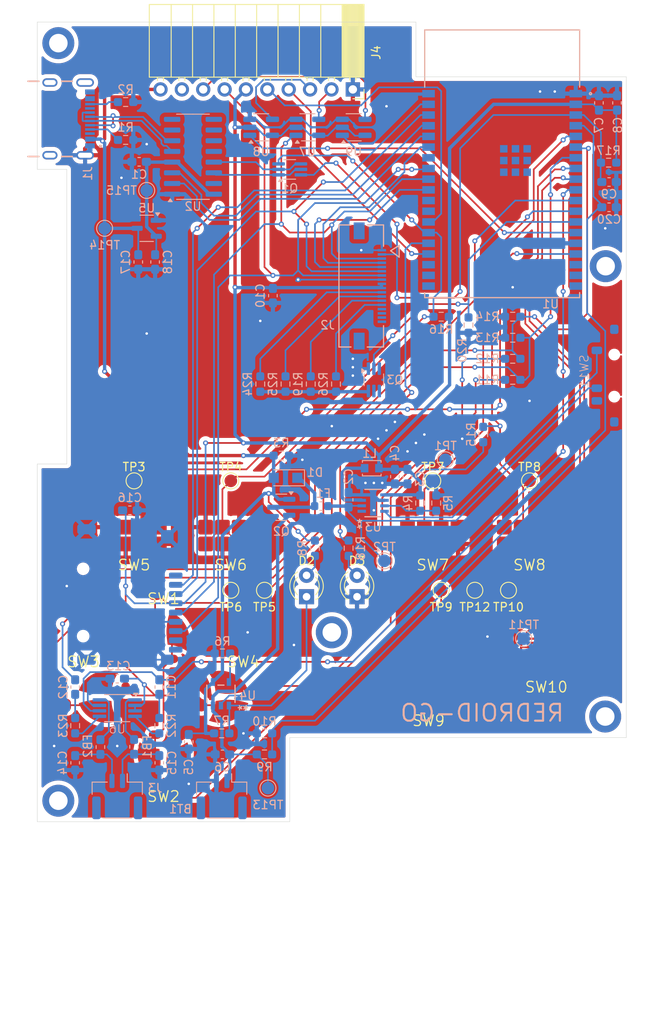
<source format=kicad_pcb>
(kicad_pcb (version 20241229) (generator "pcbnew") (generator_version "9.0")
  (layers (0 "F.Cu" signal) (2 "B.Cu" signal) (13 "F.Paste" user) (15 "B.Paste" user) (5 "F.SilkS" user "F.Silkscreen") (7 "B.SilkS" user "B.Silkscreen") (1 "F.Mask" user) (3 "B.Mask" user) (25 "Edge.Cuts" user))
  (net 0 "")
  (net 1 "GND")
  (net 2 "VBAT")
  (net 3 "P3V3")
  (net 4 "Net-(SW11-B)")
  (net 5 "VBUS")
  (net 6 "RESET")
  (net 7 "IO25")
  (net 8 "Net-(C11-Pad1)")
  (net 9 "Net-(C12-Pad2)")
  (net 10 "IO26")
  (net 11 "Net-(J3-Pin_1)")
  (net 12 "Net-(J3-Pin_2)")
  (net 13 "IO36")
  (net 14 "Net-(D1-K)")
  (net 15 "Net-(D2-A)")
  (net 16 "Net-(D2-K)")
  (net 17 "Net-(D3-A)")
  (net 18 "Net-(PAM8304-OUT+)")
  (net 19 "Net-(PAM8304-OUT-)")
  (net 22 "D+")
  (net 23 "D-")
  (net 27 "Net-(J1-CC1)")
  (net 30 "Net-(J1-CC2)")
  (net 32 "D{slash}C")
  (net 33 "Net-(J2-LEDK1)")
  (net 34 "CS0")
  (net 36 "SCK")
  (net 37 "MOSI")
  (net 38 "MISO")
  (net 39 "IO15")
  (net 41 "Net-(J4-Pin_2)")
  (net 42 "IO4")
  (net 43 "Net-(J4-Pin_3)")
  (net 44 "Net-(J4-Pin_8)")
  (net 45 "Net-(U3-SW)")
  (net 46 "Net-(PAM8304-IN+)")
  (net 47 "Net-(PAM8304-IN-)")
  (net 48 "Net-(Q1A-B1)")
  (net 49 "Net-(Q1A-E1)")
  (net 50 "IO0")
  (net 51 "IO14")
  (net 52 "Net-(Q3A-C1)")
  (net 53 "Net-(U3-FB)")
  (net 54 "Net-(U4-ISEN)")
  (net 55 "IO35")
  (net 56 "Net-(R11-Pad2)")
  (net 57 "Net-(R12-Pad2)")
  (net 58 "IO34")
  (net 59 "IO39")
  (net 60 "IO2")
  (net 61 "IO13")
  (net 62 "IO27")
  (net 63 "IO33")
  (net 64 "IO32")
  (net 66 "Net-(SW11-A)")
  (net 77 "TX0")
  (net 83 "CS1")
  (net 85 "RX0")
  (net 86 "IO12")
  (net 100 "Net-(J2-LEDK4)")
  (net 101 "Net-(J2-LEDK2)")
  (net 106 "Net-(J2-LEDK3)")
  (net 111 "P3V3_SERIAL")
  (footprint "Connector_PinSocket_2.54mm:PinSocket_1x10_P2.54mm_Horizontal" (layer "F.Cu") (at 166 51.5 -90)
    (property "Reference" "J4")
    (property "Value" "Conn_01x10_Pin")
  )
  (footprint "Conductive Button:CONDUCTIVE_BUTTON_DIRECTIONAL_THICK" (layer "F.Cu") (at 143.5 130.655 90)
    (property "Reference" "SW2")
    (property "Value" "DOWN")
  )
  (footprint "Conductive Button:CONDUCTIVE_BUTTON_THICK_STARTSELECT" (layer "F.Cu") (at 187 104.5)
    (property "Reference" "SW8")
    (property "Value" "START")
  )
  (footprint "Conductive Button:CONDUCTIVE_BUTTON" (layer "F.Cu") (at 175 121.75 180)
    (property "Reference" "SW9")
    (property "Value" "B" (hide yes))
  )
  (footprint "Conductive Button:CONDUCTIVE_BUTTON_THICK_STARTSELECT" (layer "F.Cu") (at 175.5 104.5)
    (property "Reference" "SW7")
    (property "Value" "SELECT")
  )
  (footprint "Conductive Button:CONDUCTIVE_BUTTON_DIRECTIONAL_THICK" (layer "F.Cu") (at 143.5 116.655 -90)
    (property "Reference" "SW1")
    (property "Value" "UP")
  )
  (footprint "Conductive Button:CONDUCTIVE_BUTTON_DIRECTIONAL_THICK" (layer "F.Cu") (at 136.5 123.655)
    (property "Reference" "SW3")
    (property "Value" "LEFT")
  )
  (footprint "TestPoint:TestPoint_Pad_D1.5mm" (layer "F.Cu") (at 176.5 111)
    (property "Reference" "TP9")
    (property "Value" "TestPoint")
  )
  (footprint "LED_THT:LED_D3.0mm" (layer "F.Cu") (at 166.5 111.77 90)
    (property "Reference" "D3")
    (property "Value" "LED")
  )
  (footprint "TestPoint:TestPoint_Pad_D1.5mm" (layer "F.Cu") (at 187 98)
    (property "Reference" "TP8")
    (property "Value" "TestPoint")
  )
  (footprint "Conductive Button:CONDUCTIVE_BUTTON_DIRECTIONAL_THICK" (layer "F.Cu") (at 150.5 123.655 180)
    (property "Reference" "SW4")
    (property "Value" "RIGHT")
  )
  (footprint "Conductive Button:CONDUCTIVE_BUTTON_THICK_STARTSELECT" (layer "F.Cu") (at 140 104.5)
    (property "Reference" "SW5")
    (property "Value" "MENU")
  )
  (footprint "TestPoint:TestPoint_Pad_D1.5mm" (layer "F.Cu") (at 180.5 111)
    (property "Reference" "TP12")
    (property "Value" "TestPoint")
  )
  (footprint "Conductive Button:CONDUCTIVE_BUTTON" (layer "F.Cu") (at 189 118 180)
    (property "Reference" "SW10")
    (property "Value" "A" (hide yes))
  )
  (footprint "TestPoint:TestPoint_Pad_D1.5mm" (layer "F.Cu") (at 155.5 111)
    (property "Reference" "TP5")
    (property "Value" "TestPoint")
  )
  (footprint "TestPoint:TestPoint_Pad_D1.5mm" (layer "F.Cu") (at 151.5 111)
    (property "Reference" "TP6")
    (property "Value" "TestPoint")
  )
  (footprint "Conductive Button:CONDUCTIVE_BUTTON_THICK_STARTSELECT" (layer "F.Cu") (at 151.5 104.5)
    (property "Reference" "SW6")
    (property "Value" "VOLUME")
  )
  (footprint "MountingHole:MountingHole_2.2mm_M2_DIN965_Pad" (layer "F.Cu") (at 131 46)
    (property "Reference" "H2" (hide yes))
    (property "Value" "MountingHole_Pad")
  )
  (footprint "MountingHole:MountingHole_2.2mm_M2_DIN965_Pad" (layer "F.Cu") (at 163.5 116)
    (property "Reference" "H5" (hide yes))
    (property "Value" "MountingHole_Pad")
  )
  (footprint "LED_THT:LED_D3.0mm" (layer "F.Cu") (at 160.5 111.77 90)
    (property "Reference" "D2")
    (property "Value" "LED")
  )
  (footprint "TestPoint:TestPoint_Pad_D1.5mm" (layer "F.Cu") (at 175.5 98)
    (property "Reference" "TP7")
    (property "Value" "TestPoint")
  )
  (footprint "TestPoint:TestPoint_Pad_D1.5mm" (layer "F.Cu") (at 184.5 111)
    (property "Reference" "TP10")
    (property "Value" "TestPoint")
  )
  (footprint "MountingHole:MountingHole_2.2mm_M2_DIN965_Pad" (layer "F.Cu") (at 196 126)
    (property "Reference" "H1" (hide yes))
    (property "Value" "MountingHole_Pad")
  )
  (footprint "MountingHole:MountingHole_2.2mm_M2_DIN965_Pad" (layer "F.Cu") (at 196.05 72.5)
    (property "Reference" "H4" (hide yes))
    (property "Value" "MountingHole_Pad")
  )
  (footprint "TestPoint:TestPoint_Pad_D1.5mm" (layer "F.Cu") (at 140 98)
    (property "Reference" "TP3")
    (property "Value" "TestPoint")
  )
  (footprint "MountingHole:MountingHole_2.2mm_M2_DIN965_Pad" (layer "F.Cu") (at 131 136)
    (property "Reference" "H3" (hide yes))
    (property "Value" "MountingHole_Pad")
  )
  (footprint "TestPoint:TestPoint_Pad_D1.5mm" (layer "F.Cu") (at 151.5 98)
    (property "Reference" "TP4")
    (property "Value" "TestPoint")
  )
  (footprint "Capacitor_SMD:C_0603_1608Metric_Pad1.08x0.95mm_HandSolder" (layer "B.Cu") (at 196.45 65.5)
    (property "Reference" "C20")
    (property "Value" "0.1uF")
  )
  (footprint "Resistor_SMD:R_0603_1608Metric_Pad0.98x0.95mm_HandSolder" (layer "B.Cu") (at 155.5 128 180)
    (property "Reference" "R10")
    (property "Value" "100k")
  )
  (footprint "Capacitor_SMD:C_0603_1608Metric_Pad1.08x0.95mm_HandSolder" (layer "B.Cu") (at 172.5 97.5 -90)
    (property "Reference" "C3")
    (property "Value" "22uF")
  )
  (footprint "Inductor_SMD:L_0603_1608Metric_Pad1.05x0.95mm_HandSolder" (layer "B.Cu") (at 136 129.625 90)
    (property "Reference" "FB2")
    (property "Value" "FerriteBead")
  )
  (footprint "Capacitor_SMD:C_0603_1608Metric_Pad1.08x0.95mm_HandSolder" (layer "B.Cu") (at 140.5 72 -90)
    (property "Reference" "C17")
    (property "Value" "1uF")
  )
  (footprint "Diode_SMD:Nexperia_CFP3_SOD-123W" (layer "B.Cu") (at 158 97.640449 180)
    (property "Reference" "D1")
    (property "Value" "D_Schottky")
  )
  (footprint "Resistor_SMD:R_0603_1608Metric_Pad0.98x0.95mm_HandSolder" (layer "B.Cu") (at 181.5 92.5 -90)
    (property "Reference" "R15")
    (property "Value" "10k")
  )
  (footprint "mp2161:TSOT23-8_MP2161_MNP" (layer "B.Cu") (at 168.410449 100.640449)
    (property "Reference" "U3")
    (property "Value" "MP2161GJ-Z")
  )
  (footprint "XC6802A42XMR:SOP_XC6802_TOR" (layer "B.Cu") (at 150.32321 123.29884 90)
    (property "Reference" "U4")
    (property "Value" "XC6802A42XMR-G")
  )
  (footprint "Capacitor_SMD:C_0603_1608Metric_Pad1.08x0.95mm_HandSolder" (layer "B.Cu") (at 133 131.5 90)
    (property "Reference" "C14")
    (property "Value" "220pF")
  )
  (footprint "TestPoint:TestPoint_Pad_D1.5mm" (layer "B.Cu") (at 136.5 68 180)
    (property "Reference" "TP14")
    (property "Value" "TestPoint")
  )
  (footprint "Resistor_SMD:R_0603_1608Metric_Pad0.98x0.95mm_HandSolder" (layer "B.Cu") (at 139 53)
    (property "Reference" "R2")
    (property "Value" "5.1k")
  )
  (footprint "Connector_JST:JST_GH_SM02B-GHS-TB_1x02-1MP_P1.25mm_Horizontal" (layer "B.Cu") (at 150.4125 135.5 180)
    (property "Reference" "BT1")
    (property "Value" "Battery_Cell")
  )
  (footprint "usb4105:GCT_USB4105-GF-A" (layer "B.Cu") (at 130 55 90)
    (property "Reference" "J1")
    (property "Value" "USB4105-GF-A")
  )
  (footprint "MK-12F03-G015:MK-12F03-G015" (layer "B.Cu") (at 202.5 82.5 -90)
    (property "Reference" "SW11")
    (property "Value" "SW_SPDT")
  )
  (footprint "Capacitor_SMD:C_0603_1608Metric_Pad1.08x0.95mm_HandSolder" (layer "B.Cu") (at 140.6 60.1 180)
    (property "Reference" "C1")
    (property "Value" "0.1uF")
  )
  (footprint "Capacitor_SMD:C_0603_1608Metric_Pad1.08x0.95mm_HandSolder" (layer "B.Cu") (at 143 122.5 90)
    (property "Reference" "C11")
    (property "Value" "0.1uF")
  )
  (footprint "Resistor_SMD:R_0603_1608Metric_Pad0.98x0.95mm_HandSolder" (layer "B.Cu") (at 158 86.5 90)
    (property "Reference" "R25")
    (property "Value" "21R")
  )
  (footprint "TestPoint:TestPoint_Pad_D1.5mm" (layer "B.Cu") (at 177 95.5 180)
    (property "Reference" "TP1")
    (property "Value" "TestPoint")
  )
  (footprint "Package_SO:MSOP-8_3x3mm_P0.65mm" (layer "B.Cu") (at 138 125 180)
    (property "Reference" "PAM8304" (hide yes))
    (property "Value" "~")
  )
  (footprint "Capacitor_SMD:C_0603_1608Metric_Pad1.08x0.95mm_HandSolder" (layer "B.Cu") (at 142.5 72 -90)
    (property "Reference" "C18")
    (property "Value" "1uF")
  )
  (footprint "Inductor_SMD:L_Murata_LQH2MCNxxxx02_2.0x1.6mm" (layer "B.Cu") (at 168.25 96.5)
    (property "Reference" "L1")
    (property "Value" "1uH")
  )
  (footprint "Resistor_SMD:R_0603_1608Metric_Pad0.98x0.95mm_HandSolder" (layer "B.Cu") (at 196.4 60.2 180)
    (property "Reference" "R17")
    (property "Value" "10k")
  )
  (footprint "Package_SO:SOIC-16_3.9x9.9mm_P1.27mm" (layer "B.Cu") (at 147 59.5)
    (property "Reference" "U2")
    (property "Value" "CH340C")
  )
  (footprint "Inductor_SMD:L_0603_1608Metric_Pad1.05x0.95mm_HandSolder" (layer "B.Cu") (at 140 129.601973 90)
    (property "Reference" "FB1")
    (property "Value" "FerriteBead")
  )
  (footprint "Capacitor_SMD:C_0603_1608Metric_Pad1.08x0.95mm_HandSolder" (layer "B.Cu") (at 196.45 62.5)
    (property "Reference" "C9")
    (property "Value" "0.1uF")
  )
  (footprint "SOFNG:SOFNG_TF-15x15" (layer "B.Cu") (at 138.95 118.05 90)
    (property "Reference" "U6")
    (property "Value" "~")
  )
  (footprint "Resistor_SMD:R_0603_1608Metric_Pad0.98x0.95mm_HandSolder" (layer "B.Cu") (at 150.5 118.5 180)
    (property "Reference" "R6")
    (property "Value" "2k")
  )
  (footprint "Resistor_SMD:R_0603_1608Metric_Pad0.98x0.95mm_HandSolder" (layer "B.Cu") (at 139 57.5)
    (property "Reference" "R1")
    (property "Value" "5.1k")
  )
  (footprint "Resistor_SMD:R_0603_1608Metric_Pad0.98x0.95mm_HandSolder" (layer "B.Cu") (at 185 81)
    (property "Reference" "R13")
    (property "Value" "100k")
  )
  (footprint "Resistor_SMD:R_0603_1608Metric_Pad0.98x0.95mm_HandSolder" (layer "B.Cu") (at 161.5 106 -90)
    (property "Reference" "R8")
    (property "Value" "2k")
  )
  (footprint "Resistor_SMD:R_0603_1608Metric_Pad0.98x0.95mm_HandSolder" (layer "B.Cu") (at 179.75 79.5 -90)
    (property "Reference" "R20")
    (property "Value" "10k")
  )
  (footprint "Capacitor_SMD:C_0603_1608Metric_Pad1.08x0.95mm_HandSolder" (layer "B.Cu") (at 195.25 53.1 90)
    (property "Reference" "C7")
    (property "Value" "22uF")
  )
  (footprint "Resistor_SMD:R_0603_1608Metric_Pad0.98x0.95mm_HandSolder" (layer "B.Cu") (at 161 86.5 90)
    (property "Reference" "R19")
    (property "Value" "21R")
  )
  (footprint "Package_TO_SOT_SMD:SOT-23-5_HandSoldering" (layer "B.Cu") (at 166.1 56)
    (property "Reference" "U9")
    (property "Value" "NC7SZ125M5X")
  )
  (footprint "Package_TO_SOT_SMD:SOT-363_SC-70-6_Handsoldering" (layer "B.Cu") (at 158.5 61)
    (property "Reference" "Q1")
    (property "Value" "UMH3N")
  )
  (footprint "TestPoint:TestPoint_Pad_D1.5mm" (layer "B.Cu") (at 186.3 116.75 180)
    (property "Reference" "TP11")
    (property "Value" "TestPoint")
  )
  (footprint "Resistor_SMD:R_0603_1608Metric_Pad0.98x0.95mm_HandSolder" (layer "B.Cu") (at 155 86.5 90)
    (property "Reference" "R24")
    (property "Value" "21R")
  )
  (footprint "Capacitor_SMD:C_0603_1608Metric_Pad1.08x0.95mm_HandSolder" (layer "B.Cu") (at 138 121.5 180)
    (property "Reference" "C13")
    (property "Value" "0.1uF")
  )
  (footprint "Capacitor_SMD:C_0603_1608Metric_Pad1.08x0.95mm_HandSolder" (layer "B.Cu") (at 143 131.5 90)
    (property "Reference" "C15")
    (property "Value" "220pF")
  )
  (footprint "Capacitor_SMD:C_0603_1608Metric_Pad1.08x0.95mm_HandSolder" (layer "B.Cu") (at 197.4 53.1 90)
    (property "Reference" "C8")
    (property "Value" "0.1uF")
  )
  (footprint "Package_TO_SOT_SMD:SOT-23-3" (layer "B.Cu") (at 141.5 68 180)
    (property "Reference" "U5")
    (property "Value" "XC6206PxxxMR")
  )
  (footprint "Resistor_SMD:R_0603_1608Metric_Pad0.98x0.95mm_HandSolder" (layer "B.Cu") (at 155.5 130.5)
    (property "Reference" "R9")
    (property "Value" "100k")
  )
  (footprint "Resistor_SMD:R_0603_1608Metric_Pad0.98x0.95mm_HandSolder" (layer "B.Cu") (at 185 86 180)
    (property "Reference" "R11")
    (property "Value" "100k")
  )
  (footprint "footprints:ESP32-WROVER-E_EXP" (layer "B.Cu") (at 183.75 60.33341 180)
    (property "Reference" "U1")
    (property "Value" "ESP32-WROVER-E-N16R8")
  )
  (footprint "Fuse:Fuse_0603_1608Metric" (layer "B.Cu") (at 162.25 101)
    (property "Reference" "F1")
    (property "Value" "Fuse")
  )
  (footprint "Package_TO_SOT_SMD:SOT-23" (layer "B.Cu") (at 157.5 101.140449 180)
    (property "Reference" "Q2")
    (property "Value" "PMOS")
  )
  (footprint "Resistor_SMD:R_0603_1608Metric_Pad0.98x0.95mm_HandSolder" (layer "B.Cu") (at 185 83.5 180)
    (property "Reference" "R12")
    (property "Value" "100k")
  )
  (footprint "Resistor_SMD:R_0603_1608Metric_Pad0.98x0.95mm_HandSolder" (layer "B.Cu") (at 164 86.5 90)
    (property "Reference" "R26")
    (property "Value" "21R")
  )
  (footprint "Capacitor_SMD:C_0603_1608Metric_Pad1.08x0.95mm_HandSolder" (layer "B.Cu") (at 156.5 76 -90)
    (property "Reference" "C10")
    (property "Value" "0.1uF")
  )
  (footprint "TestPoint:TestPoint_Pad_D1.5mm" (layer "B.Cu") (at 169.75 107.5 180)
    (property "Reference" "TP2")
    (property "Value" "TestPoint")
  )
  (footprint "Capacitor_SMD:C_0603_1608Metric_Pad1.08x0.95mm_HandSolder" (layer "B.Cu") (at 139.5 101.5)
    (property "Reference" "C16")
    (property "Value" "10uF")
  )
  (footprint "Resistor_SMD:R_0603_1608Metric_Pad0.98x0.95mm_HandSolder" (layer "B.Cu") (at 176.5 78.5)
    (property "Reference" "R16")
    (property "Value" "10k")
  )
  (footprint "Capacitor_SMD:C_0603_1608Metric_Pad1.08x0.95mm_HandSolder" (layer "B.Cu") (at 150.5 130.5 180)
    (property "Reference" "C6")
    (property "Value" "0.1uF")
  )
  (footprint "Resistor_SMD:R_0603_1608Metric_Pad0.98x0.95mm_HandSolder" (layer "B.Cu") (at 185 78.5)
    (property "Reference" "R14")
    (property "Value" "100k")
  )
  (footprint "Resistor_SMD:R_0603_1608Metric_Pad0.98x0.95mm_HandSolder" (layer "B.Cu") (at 174 100.640449 -90)
    (property "Reference" "R4")
    (property "Value" "200k")
  )
  (footprint "Capacitor_SMD:C_0603_1608Metric_Pad1.08x0.95mm_HandSolder" (layer "B.Cu") (at 133 122.5 -90)
    (property "Reference" "C12")
    (property "Value" "0.1uF")
  )
  (footprint "Resistor_SMD:R_0603_1608Metric_Pad0.98x0.95mm_HandSolder" (layer "B.Cu") (at 133 127.0875 -90)
    (property "Reference" "R23")
    (property "Value" "100k")
  )
  (footprint "TestPoint:TestPoint_Pad_D1.5mm" (layer "B.Cu") (at 141.5 63.5 180)
    (property "Reference" "TP15")
    (property "Value" "TestPoint")
  )
  (footprint "Resistor_SMD:R_0603_1608Metric_Pad0.98x0.95mm_HandSolder" (layer "B.Cu") (at 157.5 95)
    (property "Reference" "R3")
    (property "Value" "100k")
  )
  (footprint "Package_TO_SOT_SMD:SOT-363_SC-70-6_Handsoldering" (layer "B.Cu") (at 168.5 86 -90)
    (property "Reference" "Q3")
    (property "Value" "UMH3N")
  )
  (footprint "Resistor_SMD:R_0603_1608Metric_Pad0.98x0.95mm_HandSolder" (layer "B.Cu") (at 175.910449 100.640449 90)
    (property "Reference" "R5")
    (property "Value" "44k2")
  )
  (footprint "Capacitor_SMD:C_0603_1608Metric_Pad1.08x0.95mm_HandSolder" (layer "B.Cu") (at 171 97.5 -90)
    (property "Reference" "C4")
    (property "Value" "10uF")
  )
  (footprint "Resistor_SMD:R_0603_1608Metric_Pad0.98x0.95mm_HandSolder" (layer "B.Cu") (at 143 127.0875 90)
    (property "Reference" "R22")
    (property "Value" "100k")
  )
  (footprint "Package_TO_SOT_SMD:SOT-23-5_HandSoldering" (layer "B.Cu") (at 155.1 56)
    (property "Reference" "U8")
    (property "Value" "NC7SZ125M5X")
  )
  (footprint "Resistor_SMD:R_0603_1608Metric_Pad0.98x0.95mm_HandSolder" (layer "B.Cu") (at 150.4125 128)
    (property "Reference" "R7")
    (property "Value" "10k")
  )
  (footprint "TestPoint:TestPoint_Pad_D1.5mm" (layer "B.Cu") (at 155.9125 134.5 180)
    (property "Reference" "TP13")
    (property "Value" "TestPoint")
  )
  (footprint "Capacitor_SMD:C_0603_1608Metric_Pad1.08x0.95mm_HandSolder" (layer "B.Cu") (at 146.5 129 -90)
    (property "Reference" "C5")
    (property "Value" "10uF")
  )
  (footprint "Package_TO_SOT_SMD:SOT-23-5_HandSoldering" (layer "B.Cu") (at 160.6 56)
    (property "Reference" "U7")
    (property "Value" "NC7SZ125M5X")
  )
  (footprint "Resistor_SMD:R_0603_1608Metric_Pad0.98x0.95mm_HandSolder" (layer "B.Cu") (at 165.5 106 90)
    (property "Reference" "R18")
    (property "Value" "2k")
  )
  (footprint "Capacitor_SMD:C_0603_1608Metric_Pad1.08x0.95mm_HandSolder" (layer "B.Cu") (at 165.5 100.25 90)
    (property "Reference" "C2")
    (property "Value" "0.1uF")
  )
  (footprint "Connector_JST:JST_GH_SM02B-GHS-TB_1x02-1MP_P1.25mm_Horizontal" (layer "B.Cu") (at 138 135.5 180)
    (property "Reference" "J3")
    (property "Value" "Conn_01x02_Pin")
  )
  (footprint "5051101892:CON_5051101892_MOL" (layer "B.Cu") (at 167 74.85 90)
    (property "Reference" "J2")
    (property "Value" "5051101892")
  )
  (gr_line (start 128.5 96) (end 132 96) (stroke (width 0.05)) (layer "Edge.Cuts"))
  (gr_line (start 158.5 128.5) (end 198.5 128.5) (stroke (width 0.05)) (layer "Edge.Cuts"))
  (gr_line (start 128.5 61) (end 132 61) (stroke (width 0.05)) (layer "Edge.Cuts"))
  (gr_line (start 158.5 138.5) (end 158.5 128.5) (stroke (width 0.05)) (layer "Edge.Cuts"))
  (gr_line (start 132 61) (end 132 96) (stroke (width 0.05)) (layer "Edge.Cuts"))
  (gr_line (start 128.5 138.5) (end 158.5 138.5) (stroke (width 0.05)) (layer "Edge.Cuts"))
  (gr_line (start 128.5 43.5) (end 128.5 61) (stroke (width 0.05)) (layer "Edge.Cuts"))
  (gr_line (start 173.5 50) (end 198.5 50) (stroke (width 0.05)) (layer "Edge.Cuts"))
  (gr_line (start 128.5 43.5) (end 173.5 43.5) (stroke (width 0.05)) (layer "Edge.Cuts"))
  (gr_line (start 198.5 50) (end 198.5 128.5) (stroke (width 0.05)) (layer "Edge.Cuts"))
  (gr_line (start 128.5 138.5) (end 128.5 96) (stroke (width 0.05)) (layer "Edge.Cuts"))
  (gr_line (start 173.5 43.5) (end 173.5 50) (stroke (width 0.05)) (layer "Edge.Cuts"))
  (gr_text "REDROID-GO" (at 191.25 126.75 0) (layer "B.SilkS") (effects (font (size 2 2) (thickness 0.25)) (justify left bottom mirror)))
  (via (at 168.5 101.5) (size 0.6) (drill 0.3) (layers "F.Cu" "B.Cu") (net 1))
  (via (at 168.5 98.25) (size 0.6) (drill 0.3) (layers "F.Cu" "B.Cu") (net 1))
  (via (at 166 84.5) (size 0.6) (drill 0.3) (layers "F.Cu" "B.Cu") (net 1))
  (via (at 171 91) (size 0.6) (drill 0.3) (layers "F.Cu" "B.Cu") (net 1))
  (via (at 170 92) (size 0.6) (drill 0.3) (layers "F.Cu" "B.Cu") (net 1))
  (via (at 169 93) (size 0.6) (drill 0.3) (layers "F.Cu" "B.Cu") (net 1))
  (via (at 141.5 80.5) (size 0.6) (drill 0.3) (layers "F.Cu" "B.Cu") (net 1))
  (via (at 196 68) (size 0.6) (drill 0.3) (layers "F.Cu" "B.Cu") (net 1))
  (via (at 190 51.75) (size 0.6) (drill 0.3) (layers "F.Cu" "B.Cu") (net 1))
  (via (at 155 79) (size 0.6) (drill 0.3) (layers "F.Cu" "B.Cu") (net 1))
  (via (at 132 110.5) (size 0.6) (drill 0.3) (layers "F.Cu" "B.Cu") (net 1))
  (via (at 187 88.5) (size 0.6) (drill 0.3) (layers "F.Cu" "B.Cu") (net 1))
  (via (at 179 93) (size 0.6) (drill 0.3) (layers "F.Cu" "B.Cu") (net 1))
  (via (at 160 95.5) (size 0.6) (drill 0.3) (layers "F.Cu" "B.Cu") (net 1))
  (via (at 159 117.5) (size 0.6) (drill 0.3) (layers "F.Cu" "B.Cu") (net 1))
  (via (at 146.5 134) (size 0.6) (drill 0.3) (layers "F.Cu" "B.Cu") (net 1))
  (via (at 172.5 94.5) (size 0.6) (drill 0.3) (layers "F.Cu" "B.Cu") (net 1))
  (via (at 188.25 51.75) (size 0.6) (drill 0.3) (layers "F.Cu" "B.Cu") (net 1))
  (via (at 138.5 62) (size 0.6) (drill 0.3) (layers "F.Cu" "B.Cu") (net 1))
  (via (at 163.5 91.5) (size 0.6) (drill 0.3) (layers "F.Cu" "B.Cu") (net 1))
  (via (at 167.5 98.25) (size 0.6) (drill 0.3) (layers "F.Cu" "B.Cu") (net 1))
  (via (at 141.5 58) (size 0.6) (drill 0.3) (layers "F.Cu" "B.Cu") (net 1))
  (via (at 185 75) (size 0.6) (drill 0.3) (layers "F.Cu" "B.Cu") (net 1))
  (via (at 159.5 74.1) (size 0.6) (drill 0.3) (layers "F.Cu" "B.Cu") (net 1))
  (via (at 166 83.5) (size 0.6) (drill 0.3) (layers "F.Cu" "B.Cu") (net 1))
  (via (at 138 129.5) (size 0.6) (drill 0.3) (layers "F.Cu" "B.Cu") (net 1))
  (via (at 182 116.5) (size 0.6) (drill 0.3) (layers "F.Cu" "B.Cu") (net 1))
  (via (at 153.5 116) (size 0.6) (drill 0.3) (layers "F.Cu" "B.Cu") (net 1))
  (via (at 174.5 92.5) (size 0.6) (drill 0.3) (layers "F.Cu" "B.Cu") (net 1))
  (via (at 167 70.599998) (size 0.6) (drill 0.3) (layers "F.Cu" "B.Cu") (net 1))
  (via (at 173.5 93.5) (size 0.6) (drill 0.3) (layers "F.Cu" "B.Cu") (net 1))
  (via (at 153 128) (size 0.6) (drill 0.3) (layers "F.Cu" "B.Cu") (net 1))
  (via (at 166 85.5) (size 0.6) (drill 0.3) (layers "F.Cu" "B.Cu") (net 1))
  (via (at 170 53.5) (size 0.6) (drill 0.3) (layers "F.Cu" "B.Cu") (net 1))
  (via (at 130.5 129.5) (size 0.6) (drill 0.3) (layers "F.Cu" "B.Cu") (net 1))
  (via (at 169.5 98.25) (size 0.6) (drill 0.3) (layers "F.Cu" "B.Cu") (net 1))
  (segment (start 167 70.599998) (end 169.45 70.599998) (width 0.2) (layer "B.Cu") (net 1))
  (segment (start 142 115.5) (end 142 118.75) (width 0.2) (layer "B.Cu") (net 1))
  (segment (start 160.029999 55.05) (end 159.25 55.05) (width 0.2) (layer "B.Cu") (net 1))
  (segment (start 134.5 124.099999) (end 134.5 122) (width 0.2) (layer "B.Cu") (net 1))
  (segment (start 154.5 123.5) (end 151.31585 123.5) (width 0.2) (layer "B.Cu") (net 1))
  (segment (start 167.057201 99.66545) (end 165.77795 99.66545) (width 0.4) (layer "B.Cu") (net 1))
  (segment (start 134.755 58.745) (end 134.18 59.32) (width 0.6) (layer "B.Cu") (net 1))
  (segment (start 165.77795 99.66545) (end 165.5 99.3875) (width 0.4) (layer "B.Cu") (net 1))
  (segment (start 142 118.75) (end 142.5 119.25) (width 0.2) (layer "B.Cu") (net 1))
  (segment (start 192.5 69.78) (end 191.22 69.78) (width 0.4) (layer "B.Cu") (net 1))
  (segment (start 135.075001 124.675) (end 134.5 124.099999) (width 0.2) (layer "B.Cu") (net 1))
  (segment (start 142.5 119.25) (end 143.95 119.25) (width 0.2) (layer "B.Cu") (net 1))
  (segment (start 159.25 55.05) (end 158.45 55.05) (width 0.2) (layer "B.Cu") (net 1))
  (segment (start 159.5 74) (end 159.599999 74.099999) (width 0.2) (layer "B.Cu") (net 1))
  (segment (start 173.5 52) (end 175 52) (width 0.2) (layer "B.Cu") (net 1))
  (segment (start 157.5 56) (end 155.5 56) (width 0.2) (layer "B.Cu") (net 1))
  (segment (start 163.082843 55.967157) (end 160.947156 55.967157) (width 0.2) (layer "B.Cu") (net 1))
  (segment (start 159 117.5) (end 159 119) (width 0.2) (layer "B.Cu") (net 1))
  (segment (start 159.599999 74.099999) (end 169.45 74.099999) (width 0.2) (layer "B.Cu") (net 1))
  (segment (start 142.75 114.75) (end 142 115.5) (width 0.2) (layer "B.Cu") (net 1))
  (segment (start 155.5 56) (end 154.55 55.05) (width 0.2) (layer "B.Cu") (net 1))
  (segment (start 160.947156 55.967157) (end 160.029999 55.05) (width 0.2) (layer "B.Cu") (net 1))
  (segment (start 169.763697 100.315448) (end 169.061348 100.315448) (width 0.4) (layer "B.Cu") (net 1))
  (segment (start 144.95 114.75) (end 142.75 114.75) (width 0.2) (layer "B.Cu") (net 1))
  (segment (start 164.75 55.05) (end 165.55 55.05) (width 0.2) (layer "B.Cu") (net 1))
  (segment (start 150.32321 124.49264) (end 150.32321 124.69584) (width 0.2) (layer "B.Cu") (net 1))
  (segment (start 159 119) (end 154.5 123.5) (width 0.2) (layer "B.Cu") (net 1))
  (segment (start 168.5 99.7541) (end 168.5 98.25) (width 0.4) (layer "B.Cu") (net 1))
  (segment (start 168.5 99.7541) (end 168.41135 99.66545) (width 0.4) (layer "B.Cu") (net 1))
  (segment (start 166.5 56) (end 169.5 56) (width 0.2) (layer "B.Cu") (net 1))
  (segment (start 169.5 56) (end 173.5 52) (width 0.2) (layer "B.Cu") (net 1))
  (segment (start 164 55.05) (end 163.082843 55.967157) (width 0.2) (layer "B.Cu") (net 1))
  (segment (start 164.75 55.05) (end 164 55.05) (width 0.2) (layer "B.Cu") (net 1))
  (segment (start 134.755 58.2) (end 134.755 58.745) (width 0.6) (layer "B.Cu") (net 1))
  (segment (start 165.55 55.05) (end 166.5 56) (width 0.2) (layer "B.Cu") (net 1))
  (segment (start 168.41135 99.66545) (end 167.057201 99.66545) (width 0.4) (layer "B.Cu") (net 1))
  (segment (start 151.31585 123.5) (end 150.32321 124.49264) (width 0.2) (layer "B.Cu") (net 1))
  (segment (start 135.8875 124.675) (end 135.075001 124.675) (width 0.2) (layer "B.Cu") (net 1))
  (segment (start 154.55 55.05) (end 153.75 55.05) (width 0.2) (layer "B.Cu") (net 1))
  (segment (start 135 121.5) (end 137 121.5) (width 0.2) (layer "B.Cu") (net 1))
  (segment (start 134.5 122) (end 135 121.5) (width 0.2) (layer "B.Cu") (net 1))
  (segment (start 169.061348 100.315448) (end 168.5 99.7541) (width 0.4) (layer "B.Cu") (net 1))
  (segment (start 158.45 55.05) (end 157.5 56) (width 0.2) (layer "B.Cu") (net 1))
  (segment (start 150.4375 126.4375) (end 149.373209 125.373209) (width 0.4) (layer "B.Cu") (net 2))
  (segment (start 150.4375 129.575) (end 150.4375 126.4375) (width 0.4) (layer "B.Cu") (net 2))
  (segment (start 149.373209 125.373209) (end 149.373209 124.69584) (width 0.4) (layer "B.Cu") (net 2))
  (segment (start 155.9125 131.825) (end 154.5875 130.5) (width 0.2) (layer "B.Cu") (net 2))
  (segment (start 149.373209 123.626791) (end 149.373209 124.69584) (width 0.4) (layer "B.Cu") (net 2))
  (segment (start 154.5875 130.5) (end 151.3625 130.5) (width 0.2) (layer "B.Cu") (net 2))
  (segment (start 150 123) (end 149.373209 123.626791) (width 0.4) (layer "B.Cu") (net 2))
  (segment (start 151.3625 133.325) (end 151.0375 133.65) (width 0.4) (layer "B.Cu") (net 2))
  (segment (start 151.3625 130.5) (end 151.3625 133.325) (width 0.4) (layer "B.Cu") (net 2))
  (segment (start 155.9125 134.5) (end 155.9125 131.825) (width 0.2) (layer "B.Cu") (net 2))
  (segment (start 157.0625 117.9375) (end 152 123) (width 0.4) (layer "B.Cu") (net 2))
  (segment (start 152 123) (end 150 123) (width 0.4) (layer "B.Cu") (net 2))
  (segment (start 150.4375 129.575) (end 151.3625 130.5) (width 0.4) (layer "B.Cu") (net 2))
  (segment (start 157.0625 103.465449) (end 157.0625 117.9375) (width 0.4) (layer "B.Cu") (net 2))
  (segment (start 158.4375 102.090449) (end 157.0625 103.465449) (width 0.4) (layer "B.Cu") (net 2))
  (segment (start 143.5 120.155) (end 144.21645 119.43855) (width 0.2) (layer "F.Cu") (net 3))
  (segment (start 139 120) (end 141.225 122.225) (width 0.2) (layer "F.Cu") (net 3))
  (segment (start 143.5 123.5) (end 143.5 127.5) (width 0.2) (layer "F.Cu") (net 3))
  (segment (start 141.225 122.225) (end 142.5 123.5) (width 0.2) (layer "F.Cu") (net 3))
  (segment (start 147.5 123.5) (end 148 124) (width 0.2) (layer "F.Cu") (net 3))
  (segment (start 142.5 123.5) (end 147.5 123.5) (width 0.2) (layer "F.Cu") (net 3))
  (segment (start 142.5 123.5) (end 143.5 123.5) (width 0.2) (layer "F.Cu") (net 3))
  (segment (start 142.5 123.5) (end 139.845 123.5) (width 0.2) (layer "F.Cu") (net 3))
  (segment (start 148 124) (end 148 124.254) (width 0.2) (layer "F.Cu") (net 3))
  (segment (start 139 110.5) (end 139 120) (width 0.2) (layer "F.Cu") (net 3))
  (segment (start 139.401 123.056) (end 139 123.056) (width 0.2) (layer "F.Cu") (net 3))
  (segment (start 143.5 127.5) (end 142.901 128.099) (width 0.2) (layer "F.Cu") (net 3))
  (segment (start 148.5 93.5) (end 153 93.5) (width 0.2) (layer "F.Cu") (net 3))
  (segment (start 143.5 123.5) (end 143.5 120.155) (width 0.2) (layer "F.Cu") (net 3))
  (segment (start 139.845 123.5) (end 139.401 123.056) (width 0.2) (layer "F.Cu") (net 3))
  (segment (start 152 75) (end 152 56) (width 0.4) (layer "F.Cu") (net 3))
  (segment (start 142.901 128.099) (end 142.901 128.155) (width 0.2) (layer "F.Cu") (net 3))
  (via (at 153 93.5) (size 0.6) (drill 0.3) (layers "F.Cu" "B.Cu") (net 3))
  (via (at 139 110.5) (size 0.6) (drill 0.3) (layers "F.Cu" "B.Cu") (net 3))
  (via (at 141.225 122.225) (size 0.6) (drill 0.3) (layers "F.Cu" "B.Cu") (net 3))
  (via (at 152 56) (size 0.6) (drill 0.3) (layers "F.Cu" "B.Cu") (net 3))
  (via (at 148.5 93.5) (size 0.6) (drill 0.3) (layers "F.Cu" "B.Cu") (net 3))
  (via (at 152 75) (size 0.6) (drill 0.3) (layers "F.Cu" "B.Cu") (net 3))
  (segment (start 177.5 58.5) (end 182.73 53.27) (width 0.4) (layer "B.Cu") (net 3))
  (segment (start 168.55 94.45) (end 167.6 93.5) (width 0.4) (layer "B.Cu") (net 3))
  (segment (start 139 111.5) (end 140.05 112.55) (width 0.2) (layer "B.Cu") (net 3))
  (segment (start 140.924999 124.675) (end 140.1125 124.675) (width 0.2) (layer "B.Cu") (net 3))
  (segment (start 172.547949 96.6375) (end 173.410449 97.5) (width 0.4) (layer "B.Cu") (net 3))
  (segment (start 148.5 110) (end 148.5 93.5) (width 0.2) (layer "B.Cu") (net 3))
  (segment (start 139 101.6375) (end 138.8625 101.5) (width 0.2) (layer "B.Cu") (net 3))
  (segment (start 141.225 122.225) (end 141.225 124.374999) (width 0.2) (layer "B.Cu") (net 3))
  (segment (start 182.73 53.27) (end 192.5 53.27) (width 0.4) (layer "B.Cu") (net 3))
  (segment (start 177 96.640449) (end 179.410449 96.640449) (width 0.2) (layer "B.Cu") (net 3))
  (segment (start 160.95 56.95) (end 160 56) (width 0.2) (layer "B.Cu") (net 3))
  (segment (start 162 57) (end 161.95 56.95) (width 0.2) (layer "B.Cu") (net 3))
  (segment (start 145.95 112.55) (end 148.5 110) (width 0.2) (layer "B.Cu") (net 3))
  (segment (start 164 56) (end 163 57) (width 0.2) (layer "B.Cu") (net 3))
  (segment (start 164.75 56) (end 164 56) (width 0.2) (layer "B.Cu") (net 3))
  (segment (start 169.1 95) (end 177.5 86.6) (width 0.4) (layer "B.Cu") (net 3))
  (segment (start 165.238576 56) (end 164.75 56) (width 0.2) (layer "B.Cu") (net 3))
  (segment (start 169 75.048998) (end 152.048998 75.048998) (width 0.4) (layer "B.Cu") (net 3))
  (segment (start 157.470001 57) (end 156.5 57) (width 0.2) (layer "B.Cu") (net 3))
  (segment (start 140.1125 125.325) (end 140.1125 124.675) (width 0.2) (layer "B.Cu") (net 3))
  (segment (start 177 96.640449) (end 174.27 96.640449) (width 0.2) (layer "B.Cu") (net 3))
  (segment (start 179.410449 96.640449) (end 181.5 94.550898) (width 0.2) (layer "B.Cu") (net 3))
  (segment (start 138.8625 101.5) (end 138.6375 101.5) (width 0.2) (layer "B.Cu") (net 3))
  (segment (start 161.95 56.95) (end 160.95 56.95) (width 0.2) (layer "B.Cu") (net 3))
  (segment (start 173.937501 99.66545) (end 174 99.727949) (width 0.4) (layer "B.Cu") (net 3))
  (segment (start 139 110.5) (end 139 101.6375) (width 0.2) (layer "B.Cu") (net 3))
  (segment (start 169.398999 75.048998) (end 169.398999 74.650999) (width 0.4) (layer "B.Cu") (net 3))
  (segment (start 163 57) (end 162 57) (width 0.2) (layer "B.Cu") (net 3))
  (segment (start 154.5 56) (end 154.365686 56) (width 0.2) (layer "B.Cu") (net 3))
  (segment (start 181.5 94.550898) (end 181.5 93.4125) (width 0.2) (layer "B.Cu") (net 3))
  (segment (start 167.45 56.95) (end 167.4 57) (width 0.2) (layer "B.Cu") (net 3))
  (segment (start 169.2375 96.6375) (end 169.1 96.5) (width 0.4) (layer "B.Cu") (net 3))
  (segment (start 168.9 94.8) (end 168.55 94.45) (width 0.4) (layer "B.Cu") (net 3))
  (segment (start 159.25 56) (end 158.470001 56) (width 0.2) (layer "B.Cu") (net 3))
  (segment (start 156.5 57) (end 156.45 56.95) (width 0.2) (layer "B.Cu") (net 3))
  (segment (start 177 95.5) (end 177 96.640449) (width 0.2) (layer "B.Cu") (net 3))
  (segment (start 174.27 96.640449) (end 173.410449 97.5) (width 0.2) (layer "B.Cu") (net 3))
  (segment (start 167.4 57) (end 166.238576 57) (width 0.2) (layer "B.Cu") (net 3))
  (segment (start 169.763697 99.66545) (end 173.937501 99.66545) (width 0.4) (layer "B.Cu") (net 3))
  (segment (start 169.1 96.5) (end 169.1 95) (width 0.4) (layer "B.Cu") (net 3))
  (segment (start 169 75.048998) (end 169.398999 75.048998) (width 0.4) (layer "B.Cu") (net 3))
  (segment (start 194.5575 53.27) (end 192.5 53.27) (width 0.2) (layer "B.Cu") (net 3))
  (segment (start 155.45 56.95) (end 154.5 56) (width 0.2) (layer "B.Cu") (net 3))
  (segment (start 169 75.048998) (end 169.45 75.048998) (width 0.4) (layer "B.Cu") (net 3))
  (segment (start 140.05 112.55) (end 145.95 112.55) (width 0.2) (layer "B.Cu") (net 3))
  (segment (start 160 56) (end 159.65 56) (width 0.2) (layer "B.Cu") (net 3))
  (segment (start 166.238576 57) (end 165.238576 56) (width 0.2) (layer "B.Cu") (net 3))
  (segment (start 197.3125 54.05) (end 197.4 53.9625) (width 0.2) (layer "B.Cu") (net 3))
  (segment (start 141.225 124.374999) (end 140.924999 124.675) (width 0.2) (layer "B.Cu") (net 3))
  (segment (start 171 96.6375) (end 169.2375 96.6375) (width 0.4) (layer "B.Cu") (net 3))
  (segment (start 152 56) (end 153.75 56) (width 0.4) (layer "B.Cu") (net 3))
  (segment (start 195.25 53.9625) (end 197.4 53.9625) (width 0.2) (layer "B.Cu") (net 3))
  (segment (start 140.5 121.5) (end 141.225 122.225) (width 0.2) (layer "B.Cu") (net 3))
  (segment (start 171 96.6375) (end 172.547949 96.6375) (width 0.4) (layer "B.Cu") (net 3))
  (segment (start 173.410449 97.5) (end 174 98.089551) (width 0.4) (layer "B.Cu") (net 3))
  (segment (start 152.048998 75.048998) (end 152 75) (width 0.4) (layer "B.Cu") (net 3))
  (segment (start 169.1 95) (end 168.55 94.45) (width 0.4) (layer "B.Cu") (net 3))
  (segment (start 153 93.5) (end 167.6 93.5) (width 0.4) (layer "B.Cu") (net 3))
  (segment (start 195.25 53.9625) (end 194.5575 53.27) (width 0.2) (layer "B.Cu") (net 3))
  (segment (start 152 52.8) (end 153.3 51.5) (width 0.4) (layer "B.Cu") (net 3))
  (segment (start 138.725 121.5) (end 140.5 121.5) (width 0.2) (layer "B.Cu") (net 3))
  (segment (start 197.3125 60.2) (end 197.3125 54.05) (width 0.2) (layer "B.Cu") (net 3))
  (segment (start 156.45 56.95) (end 155.45 56.95) (width 0.2) (layer "B.Cu") (net 3))
  (segment (start 152 92.5) (end 152 75) (width 0.4) (layer "B.Cu") (net 3))
  (segment (start 158.470001 56) (end 157.470001 57) (width 0.2) (layer "B.Cu") (net 3))
  (segment (start 153 93.5) (end 152 92.5) (width 0.4) (layer "B.Cu") (net 3))
  (segment (start 152 56) (end 152 52.8) (width 0.4) (layer "B.Cu") (net 3))
  (segment (start 177.5 86.6) (end 177.5 58.5) (width 0.4) (layer "B.Cu") (net 3))
  (segment (start 174 98.089551) (end 174 99.727949) (width 0.4) (layer "B.Cu") (net 3))
  (segment (start 139 111.5) (end 139 110.5) (width 0.2) (layer "B.Cu") (net 3))
  (segment (start 167 104.75) (end 169.75 107.5) (width 0.2) (layer "B.Cu") (net 4))
  (segment (start 166.5 102.740449) (end 165.5 101.740449) (width 0.2) (layer "B.Cu") (net 4))
  (segment (start 167 104.75) (end 167 102.740449) (width 0.2) (layer "B.Cu") (net 4))
  (segment (start 167 102.740449) (end 178.259551 102.740449) (width 0.2) (layer "B.Cu") (net 4))
  (segment (start 165.5 101.740449) (end 165.5 101.1125) (width 0.2) (layer "B.Cu") (net 4))
  (segment (start 178.259551 102.740449) (end 194 87) (width 0.2) (layer "B.Cu") (net 4))
  (segment (start 167.057201 100.96545) (end 165.64705 100.96545) (width 0.2) (layer "B.Cu") (net 4))
  (segment (start 165.64705 100.96545) (end 165.5 101.1125) (width 0.2) (layer "B.Cu") (net 4))
  (segment (start 163.0375 101) (end 165 101) (width 0.4) (layer "B.Cu") (net 4))
  (segment (start 194 87) (end 195 87) (width 0.2) (layer "B.Cu") (net 4))
  (segment (start 167 102.740449) (end 166.5 102.740449) (width 0.2) (layer "B.Cu") (net 4))
  (segment (start 165.5 101.5) (end 165.5 101.1125) (width 0.4) (layer "B.Cu") (net 4))
  (segment (start 136.5 52) (end 137 51.5) (width 0.4) (layer "F.Cu") (net 5))
  (segment (start 146.5 95) (end 153 95) (width 0.4) (layer "F.Cu") (net 5))
  (segment (start 136.5 85) (end 146.5 95) (width 0.4) (layer "F.Cu") (net 5))
  (segment (start 136.25 57.62) (end 136.5 57.37) (width 0.2) (layer "F.Cu") (net 5))
  (segment (start 156 100.5) (end 156 99.5) (width 0.2) (layer "F.Cu") (net 5))
  (segment (start 136.5 57.37) (end 136.5 52) (width 0.4) (layer "F.Cu") (net 5))
  (segment (start 137 51.5) (end 143.14 51.5) (width 0.4) (layer "F.Cu") (net 5))
  (segment (start 159.5 104) (end 156 100.5) (width 0.2) (layer "F.Cu") (net 5))
  (via (at 136.25 57.62) (size 0.6) (drill 0.3) (layers "F.Cu" "B.Cu") (net 5))
  (via (at 156 99.5) (size 0.6) (drill 0.3) (layers "F.Cu" "B.Cu") (net 5))
  (via (at 159.5 104) (size 0.6) (drill 0.3) (layers "F.Cu" "B.Cu") (net 5))
  (via (at 136.5 85) (size 0.6) (drill 0.3) (layers "F.Cu" "B.Cu") (net 5))
  (via (at 153 95) (size 0.6) (drill 0.3) (layers "F.Cu" "B.Cu") (net 5))
  (segment (start 136.25 57.62) (end 136.03 57.4) (width 0.4) (layer "B.Cu") (net 5))
  (segment (start 157.190449 100.190449) (end 158.4375 100.190449) (width 0.4) (layer "B.Cu") (net 5))
  (segment (start 156.6 97.640449) (end 156.6 99.5) (width 0.4) (layer "B.Cu") (net 5))
  (segment (start 146.6375 128) (end 146.5 128.1375) (width 0.2) (layer "B.Cu") (net 5))
  (segment (start 150.5 104.5) (end 155.5 99.5) (width 0.4) (layer "B.Cu") (net 5))
  (segment (start 155.5 99.5) (end 156 99.5) (width 0.4) (layer "B.Cu") (net 5))
  (segment (start 136.5 68) (end 140.3625 68) (width 0.4) (layer "B.Cu") (net 5))
  (segment (start 160.5875 105.0875) (end 161.5 105.0875) (width 0.2) (layer "B.Cu") (net 5))
  (segment (start 156.5875 95) (end 156.5875 97.627949) (width 0.4) (layer "B.Cu") (net 5))
  (segment (start 156 99.5) (end 156.6 99.5) (width 0.4) (layer "B.Cu") (net 5))
  (segment (start 136.5 57.87) (end 136.5 68) (width 0.4) (layer "B.Cu") (net 5))
  (segment (start 134.755 57.4) (end 136.03 57.4) (width 0.4) (layer "B.Cu") (net 5))
  (segment (start 156.5875 97.627949) (end 156.6 97.640449) (width 0.4) (layer "B.Cu") (net 5))
  (segment (start 160.5875 105.0875) (end 159.5 104) (width 0.2) (layer "B.Cu") (net 5))
  (segment (start 148.5 122.775049) (end 148.5 128) (width 0.4) (layer "B.Cu") (net 5))
  (segment (start 149.5 128) (end 148.5 128) (width 0.4) (layer "B.Cu") (net 5))
  (segment (start 140.5 71.1375) (end 140.5 68.1375) (width 0.2) (layer "B.Cu") (net 5))
  (segment (start 156.5875 95) (end 153 95) (width 0.4) (layer "B.Cu") (net 5))
  (segment (start 136.03 57.4) (end 136.5 57.87) (width 0.4) (layer "B.Cu") (net 5))
  (segment (start 149.373209 121.90184) (end 150.5 120.775049) (width 0.4) (layer "B.Cu") (net 5))
  (segment (start 156.6 99.5) (end 156.6 99.6) (width 0.4) (layer "B.Cu") (net 5))
  (segment (start 150.5 120.775049) (end 150.5 104.5) (width 0.4) (layer "B.Cu") (net 5))
  (segment (start 149.373209 121.90184) (end 148.5 122.775049) (width 0.4) (layer "B.Cu") (net 5))
  (segment (start 148.5 128) (end 146.6375 128) (width 0.2) (layer "B.Cu") (net 5))
  (segment (start 136.5 68) (end 136.5 85) (width 0.4) (layer "B.Cu") (net 5))
  (segment (start 156.6 99.6) (end 157.190449 100.190449) (width 0.4) (layer "B.Cu") (net 5))
  (segment (start 140.5 68.1375) (end 140.3625 68) (width 0.2) (layer "B.Cu") (net 5))
  (segment (start 178.050003 76.25) (end 171.25 76.25) (width 0.2) (layer "F.Cu") (net 6))
  (segment (start 178.75 75.550003) (end 178.050003 76.25) (width 0.2) (layer "F.Cu") (net 6))
  (segment (start 178.75 75.5) (end 178.75 75.550003) (width 0.2) (layer "F.Cu") (net 6))
  (segment (start 171.25 67.5) (end 164 60.25) (width 0.2) (layer "F.Cu") (net 6))
  (via (at 164 60.25) (size 0.6) (drill 0.3) (layers "F.Cu" "B.Cu") (net 6))
  (via (at 171.25 76.25) (size 0.6) (drill 0.3) (layers "F.Cu" "B.Cu") (net 6))
  (via (at 171.25 67.5) (size 0.6) (drill 0.3) (layers "F.Cu" "B.Cu") (net 6))
  (via (at 178.75 75.5) (size 0.6) (drill 0.3) (layers "F.Cu" "B.Cu") (net 6))
  (segment (start 171.25 71.1) (end 171.25 72.25) (width 0.2) (layer "B.Cu") (net 6))
  (segment (start 169.45 71.1) (end 171.25 71.1) (width 0.2) (layer "B.Cu") (net 6))
  (segment (start 192.5 54.54) (end 193.4493 54.54) (width 0.2) (layer "B.Cu") (net 6))
  (segment (start 178.75 75.5) (end 178.75 58.5) (width 0.2) (layer "B.Cu") (net 6))
  (segment (start 171.25 72.25) (end 171.25 67.5) (width 0.2) (layer "B.Cu") (net 6))
  (segment (start 195.45 62.7) (end 195.45 60.25) (width 0.2) (layer "B.Cu") (net 6))
  (segment (start 164 60.25) (end 162.75 60.25) (width 0.2) (layer "B.Cu") (net 6))
  (segment (start 193.4493 54.54) (end 195.4875 56.5782) (width 0.2) (layer "B.Cu") (net 6))
  (segment (start 178.75 58.5) (end 182.71 54.54) (width 0.2) (layer "B.Cu") (net 6))
  (segment (start 195.4875 56.5782) (end 195.4875 60.2) (width 0.2) (layer "B.Cu") (net 6))
  (segment (start 182.71 54.54) (end 192.5 54.54) (width 0.2) (layer "B.Cu") (net 6))
  (segment (start 162.75 60.25) (end 161.35 61.65) (width 0.2) (layer "B.Cu") (net 6))
  (segment (start 161.35 61.65) (end 159.83 61.65) (width 0.2) (layer "B.Cu") (net 6))
  (segment (start 171.25 72.25) (end 171.25 76.25) (width 0.2) (layer "B.Cu") (net 6))
  (segment (start 163 119.5) (end 148 119.5) (width 0.2) (layer "F.Cu") (net 7))
  (segment (start 191 64) (end 191 75.5) (width 0.2) (layer "F.Cu") (net 7))
  (segment (start 191 94.5) (end 191 85) (width 0.2) (layer "F.Cu") (net 7))
  (via (at 163 119.5) (size 0.6) (drill 0.3) (layers "F.Cu" "B.Cu") (net 7))
  (via (at 148 119.5) (size 0.6) (drill 0.3) (layers "F.Cu" "B.Cu") (net 7))
  (via (at 191 64) (size 0.6) (drill 0.3) (layers "F.Cu" "B.Cu") (net 7))
  (via (at 191 75.5) (size 0.6) (drill 0.3) (layers "F.Cu" "B.Cu") (net 7))
  (via (at 191 94.5) (size 0.6) (drill 0.3) (layers "F.Cu" "B.Cu") (net 7))
  (via (at 191 85) (size 0.6) (drill 0.3) (layers "F.Cu" "B.Cu") (net 7))
  (segment (start 191 85) (end 191 75.5) (width 0.2) (layer "B.Cu") (net 7))
  (segment (start 135.8875 125.325) (end 134.825 125.325) (width 0.2) (layer "B.Cu") (net 7))
  (segment (start 142.0875 120.725) (end 143 121.6375) (width 0.2) (layer "B.Cu") (net 7))
  (segment (start 147 119.5) (end 144.8625 121.6375) (width 0.2) (layer "B.Cu") (net 7))
  (segment (start 144.8625 121.6375) (end 143 121.6375) (width 0.2) (layer "B.Cu") (net 7))
  (segment (start 134 124.5) (end 134 121.5) (width 0.2) (layer "B.Cu") (net 7))
  (segment (start 134.825 125.325) (end 134 124.5) (width 0.2) (layer "B.Cu") (net 7))
  (segment (start 191 94.5) (end 166 119.5) (width 0.2) (layer "B.Cu") (net 7))
  (segment (start 134 121.5) (end 134.775 120.725) (width 0.2) (layer "B.Cu") (net 7))
  (segment (start 191.57 63.43) (end 191 64) (width 0.2) (layer "B.Cu") (net 7))
  (segment (start 192.5 63.43) (end 191.57 63.43) (width 0.2) (layer "B.Cu") (net 7))
  (segment (start 148 119.5) (end 147 119.5) (width 0.2) (layer "B.Cu") (net 7))
  (segment (start 134.775 120.725) (end 142.0875 120.725) (width 0.2) (layer "B.Cu") (net 7))
  (segment (start 166 119.5) (end 163 119.5) (width 0.2) (layer "B.Cu") (net 7))
  (segment (start 143 123.3625) (end 143 126.175) (width 0.2) (layer "B.Cu") (net 8))
  (segment (start 133 123.3625) (end 133 126.175) (width 0.2) (layer "B.Cu") (net 9))
  (segment (start 156.5 108.5) (end 138 108.5) (width 0.2) (layer "F.Cu") (net 10))
  (segment (start 180.5 69.5) (end 180.5 76.5) (width 0.2) (layer "F.Cu") (net 10))
  (segment (start 180.5 76.5) (end 161.5 95.5) (width 0.2) (layer "F.Cu") (net 10))
  (segment (start 161.5 95.5) (end 161.5 103.5) (width 0.2) (layer "F.Cu") (net 10))
  (segment (start 161.5 103.5) (end 156.5 108.5) (width 0.2) (layer "F.Cu") (net 10))
  (segment (start 138 108.5) (end 131.5 115) (width 0.2) (layer "F.Cu") (net 10))
  (via (at 131.5 115) (size 0.6) (drill 0.3) (layers "F.Cu" "B.Cu") (net 10))
  (via (at 180.5 69.5) (size 0.6) (drill 0.3) (layers "F.Cu" "B.Cu") (net 10))
  (segment (start 131.5 120.1375) (end 131.5 115) (width 0.2) (layer "B.Cu") (net 10))
  (segment (start 185.3 64.7) (end 192.5 64.7) (width 0.2) (layer "B.Cu") (net 10))
  (segment (start 133 121.6375) (end 131.5 120.1375) (width 0.2) (layer "B.Cu") (net 10))
  (segment (start 180.5 69.5) (end 185.3 64.7) (width 0.2) (layer "B.Cu") (net 10))
  (segment (start 143 130.6375) (end 142.839473 130.476973) (width 0.2) (layer "B.Cu") (net 11))
  (segment (start 142.839473 130.476973) (end 139.927589 130.476973) (width 0.2) (layer "B.Cu") (net 11))
  (segment (start 138.625 131.125) (end 138.625 133.65) (width 0.2) (layer "B.Cu") (net 11))
  (segment (start 140 130.476973) (end 139.273027 130.476973) (width 0.2) (layer "B.Cu") (net 11))
  (segment (start 139.273027 130.476973) (end 138.625 131.125) (width 0.2) (layer "B.Cu") (net 11))
  (segment (start 136.75 130.5) (end 137.375 131.125) (width 0.2) (layer "B.Cu") (net 12))
  (segment (start 136.5 130.5) (end 133.225 130.5) (width 0.2) (layer "B.Cu") (net 12))
  (segment (start 133.225 130.5) (end 133 130.275) (width 0.2) (layer "B.Cu") (net 12))
  (segment (start 133.1375 130.5) (end 133 130.3625) (width 0.2) (layer "B.Cu") (net 12))
  (segment (start 136 130.5) (end 136.75 130.5) (width 0.2) (layer "B.Cu") (net 12))
  (segment (start 137.375 131.125) (end 137.375 133.65) (width 0.2) (layer "B.Cu") (net 12))
  (segment (start 156.4125 127.5875) (end 156.4125 128) (width 0.2) (layer "B.Cu") (net 13))
  (segment (start 193.85 78.051304) (end 196 80.201304) (width 0.2) (layer "B.Cu") (net 13))
  (segment (start 156.4125 128) (end 156.4125 130.5) (width 0.2) (layer "B.Cu") (net 13))
  (segment (start 161.5 126.5) (end 157.5 126.5) (width 0.2) (layer "B.Cu") (net 13))
  (segment (start 196 92) (end 161.5 126.5) (width 0.2) (layer "B.Cu") (net 13))
  (segment (start 194.6 56.9607) (end 194.6 64.2125) (width 0.2) (layer "B.Cu") (net 13))
  (segment (start 195.5875 65.2) (end 193.85 66.9375) (width 0.2) (layer "B.Cu") (net 13))
  (segment (start 194.6 64.2125) (end 195.5875 65.2) (width 0.2) (layer "B.Cu") (net 13))
  (segment (start 193.85 66.9375) (end 193.85 78.051304) (width 0.2) (layer "B.Cu") (net 13))
  (segment (start 157.5 126.5) (end 156.4125 127.5875) (width 0.2) (layer "B.Cu") (net 13))
  (segment (start 196 80.201304) (end 196 92) (width 0.2) (layer "B.Cu") (net 13))
  (segment (start 192.5 55.81) (end 193.4493 55.81) (width 0.2) (layer "B.Cu") (net 13))
  (segment (start 193.4493 55.81) (end 194.6 56.9607) (width 0.2) (layer "B.Cu") (net 13))
  (segment (start 161 101.140449) (end 156.5625 101.140449) (width 0.4) (layer "B.Cu") (net 14))
  (segment (start 159.640449 97.640449) (end 161.4625 99.4625) (width 0.4) (layer "B.Cu") (net 14))
  (segment (start 159.4 97.640449) (end 159.640449 97.640449) (width 0.4) (layer "B.Cu") (net 14))
  (segment (start 161.4625 99.4625) (end 161.4625 100.677949) (width 0.4) (layer "B.Cu") (net 14))
  (segment (start 161.5 108.23) (end 160.5 109.23) (width 0.2) (layer "B.Cu") (net 15))
  (segment (start 161.5 107.4125) (end 161.5 108.23) (width 0.2) (layer "B.Cu") (net 15))
  (segment (start 151.273211 124.69584) (end 156.30416 124.69584) (width 0.2) (layer "B.Cu") (net 16))
  (segment (start 156.30416 124.69584) (end 160 121) (width 0.2) (layer "B.Cu") (net 16))
  (segment (start 160 121) (end 160.5 120.5) (width 0.2) (layer "B.Cu") (net 16))
  (segment (start 151.325 128) (end 151.325 124.747629) (width 0.2) (layer "B.Cu") (net 16))
  (segment (start 151.325 124.747629) (end 151.273211 124.69584) (width 0.2) (layer "B.Cu") (net 16))
  (segment (start 160.5 120.5) (end 160.5 111.77) (width 0.2) (layer "B.Cu") (net 16))
  (segment (start 165.5 106.9125) (end 165.5 108.23) (width 0.2) (layer "B.Cu") (net 17))
  (segment (start 165.5 108.23) (end 166.5 109.23) (width 0.2) (layer "B.Cu") (net 17))
  (segment (start 139.300001 124.025) (end 140.1125 124.025) (width 0.2) (layer "B.Cu") (net 18))
  (segment (start 139 124.325001) (end 139.300001 124.025) (width 0.2) (layer "B.Cu") (net 18))
  (segment (start 139 127.726973) (end 140 128.726973) (width 0.2) (layer "B.Cu") (net 18))
  (segment (start 139 124.325001) (end 139 127.726973) (width 0.2) (layer "B.Cu") (net 18))
  (segment (start 137 127.75) (end 136 128.75) (width 0.2) (layer "B.Cu") (net 19))
  (segment (start 137 124.325001) (end 136.699999 124.025) (width 0.2) (layer "B.Cu") (net 19))
  (segment (start 136.699999 124.025) (end 135.8875 124.025) (width 0.2) (layer "B.Cu") (net 19))
  (segment (start 137 124.325001) (end 137 127.75) (width 0.2) (layer "B.Cu") (net 19))
  (segment (start 133.88 54.3) (end 133.88 55.2) (width 0.2) (layer "B.Cu") (net 22))
  (segment (start 143.509448 58.195) (end 143.25 57.935552) (width 0.2) (layer "B.Cu") (net 22))
  (segment (start 143.855 58.195) (end 143.509448 58.195) (width 0.2) (layer "B.Cu") (net 22))
  (segment (start 140.885 55.225) (end 135.642501 55.225) (width 0.2) (layer "B.Cu") (net 22))
  (segment (start 143.25 57.935552) (end 143.25 57.59) (width 0.2) (layer "B.Cu") (net 22))
  (segment (start 134.755 54.25) (end 133.93 54.25) (width 0.2) (layer "B.Cu") (net 22))
  (segment (start 133.93 55.25) (end 134.755 55.25) (width 0.2) (layer "B.Cu") (net 22))
  (segment (start 133.93 54.25) (end 133.88 54.3) (width 0.2) (layer "B.Cu") (net 22))
  (segment (start 143.25 57.59) (end 140.885 55.225) (width 0.2) (layer "B.Cu") (net 22))
  (segment (start 144.525 58.865) (end 143.855 58.195) (width 0.2) (layer "B.Cu") (net 22))
  (segment (start 135.617501 55.25) (end 134.755 55.25) (width 0.2) (layer "B.Cu") (net 22))
  (segment (start 135.642501 55.225) (end 135.617501 55.25) (width 0.2) (layer "B.Cu") (net 22))
  (segment (start 133.88 55.2) (end 133.93 55.25) (width 0.2) (layer "B.Cu") (net 22))
  (segment (start 137.5 55.825) (end 137.5 54.625) (width 0.2) (layer "F.Cu") (net 23))
  (via (at 137.5 55.825) (size 0.6) (drill 0.3) (layers "F.Cu" "B.Cu") (net 23))
  (via (at 137.5 54.625) (size 0.6) (drill 0.3) (layers "F.Cu" "B.Cu") (net 23))
  (segment (start 143.891397 57.595) (end 141.071397 54.775) (width 0.2) (layer "B.Cu") (net 23))
  (segment (start 141.071397 54.775) (end 135.642501 54.775) (width 0.2) (layer "B.Cu") (net 23))
  (segment (start 135.642501 54.775) (end 135.617501 54.75) (width 0.2) (layer "B.Cu") (net 23))
  (segment (start 137.425 55.75) (end 134.755 55.75) (width 0.2) (layer "B.Cu") (net 23))
  (segment (start 144.525 57.595) (end 143.891397 57.595) (width 0.2) (layer "B.Cu") (net 23))
  (segment (start 135.617501 54.75) (end 134.755 54.75) (width 0.2) (layer "B.Cu") (net 23))
  (segment (start 137.5 55.825) (end 137.425 55.75) (width 0.2) (layer "B.Cu") (net 23))
  (segment (start 138.0875 57.5) (end 136.8375 56.25) (width 0.2) (layer "B.Cu") (net 27))
  (segment (start 136.8375 56.25) (end 134.755 56.25) (width 0.2) (layer "B.Cu") (net 27))
  (segment (start 136.75 53.25) (end 134.755 53.25) (width 0.2) (layer "B.Cu") (net 30))
  (segment (start 138.0875 53) (end 137 53) (width 0.2) (layer "B.Cu") (net 30))
  (segment (start 137 53) (end 136.75 53.25) (width 0.2) (layer "B.Cu") (net 30))
  (segment (start 174.0507 58.35) (end 172.136901 60.263799) (width 0.2) (layer "B.Cu") (net 32))
  (segment (start 172.136901 60.263799) (end 172.136901 61.297413) (width 0.2) (layer "B.Cu") (net 32))
  (segment (start 162.5 67.5) (end 162.5 71.54968) (width 0.2) (layer "B.Cu") (net 32))
  (segment (start 163.050318 72.099998) (end 169.45 72.099998) (width 0.2) (layer "B.Cu") (net 32))
  (segment (start 175 58.35) (end 174.0507 58.35) (width 0.2) (layer "B.Cu") (net 32))
  (segment (start 162.5 71.54968) (end 163.050318 72.099998) (width 0.2) (layer "B.Cu") (net 32))
  (segment (start 172.136901 61.297413) (end 167.934314 65.5) (width 0.2) (layer "B.Cu") (net 32))
  (segment (start 167.934314 65.5) (end 164.5 65.5) (width 0.2) (layer "B.Cu") (net 32))
  (segment (start 164.5 65.5) (end 162.5 67.5) (width 0.2) (layer "B.Cu") (net 32))
  (segment (start 169.45 75.599998) (end 162.900002 75.599998) (width 0.2) (layer "B.Cu") (net 33))
  (segment (start 162.900002 75.599998) (end 155 83.5) (width 0.2) (layer "B.Cu") (net 33))
  (segment (start 155 83.5) (end 155 85.5875) (width 0.2) (layer "B.Cu") (net 33))
  (segment (start 168 67) (end 162 67) (width 0.2) (layer "F.Cu") (net 34))
  (via (at 162 67) (size 0.6) (drill 0.3) (layers "F.Cu" "B.Cu") (net 34))
  (via (at 168 67) (size 0.6) (drill 0.3) (layers "F.Cu" "B.Cu") (net 34))
  (segment (start 162 67) (end 161.5 67.5) (width 0.2) (layer "B.Cu") (net 34))
  (segment (start 161.5 67.5) (end 161.5 72) (width 0.2) (layer "B.Cu") (net 34))
  (segment (start 161.5 72) (end 162.099999 72.599999) (width 0.2) (layer "B.Cu") (net 34))
  (segment (start 168 67) (end 171.57 63.43) (width 0.2) (layer "B.Cu") (net 34))
  (segment (start 171.57 63.43) (end 175 63.43) (width 0.2) (layer "B.Cu") (net 34))
  (segment (start 162.099999 72.599999) (end 169.45 72.599999) (width 0.2) (layer "B.Cu") (net 34))
  (segment (start 157.5 58.4) (end 158 57.9) (width 0.2) (layer "F.Cu") (net 36))
  (segment (start 162.6 68.5) (end 163.5 67.6) (width 0.2) (layer "F.Cu") (net 36))
  (segment (start 157.5 67.5) (end 157.5 58.4) (width 0.2) (layer "F.Cu") (net 36))
  (segment (start 157.5 67.5) (end 158.5 68.5) (width 0.2) (layer "F.Cu") (net 36))
  (segment (start 158.5 68.5) (end 162.6 68.5) (width 0.2) (layer "F.Cu") (net 36))
  (via (at 158 57.9) (size 0.6) (drill 0.3) (layers "F.Cu" "B.Cu") (net 36))
  (via (at 163.5 67.6) (size 0.6) (drill 0.3) (layers "F.Cu" "B.Cu") (net 36))
  (via (at 157.5 67.5) (size 0.6) (drill 0.3) (layers "F.Cu" "B.Cu") (net 36))
  (segment (start 175 62.16) (end 171.841414 62.16) (width 0.2) (layer "B.Cu") (net 36))
  (segment (start 149.5 110) (end 145.85 113.65) (width 0.2) (layer "B.Cu") (net 36))
  (segment (start 157.5 67.5) (end 155.5 67.5) (width 0.2) (layer "B.Cu") (net 36))
  (segment (start 163.5 67.5) (end 163.5 71) (width 0.2) (layer "B.Cu") (net 36))
  (segment (start 164.099999 71.599999) (end 169.45 71.599999) (width 0.2) (layer "B.Cu") (net 36))
  (segment (start 163.5 71) (end 164.099999 71.599999) (width 0.2) (layer "B.Cu") (net 36))
  (segment (start 171.841414 62.16) (end 168 66.001414) (width 0.2) (layer "B.Cu") (net 36))
  (segment (start 164.998586 66.001414) (end 163.5 67.5) (width 0.2) (layer "B.Cu") (net 36))
  (segment (start 168 66.001414) (end 164.998586 66.001414) (width 0.2) (layer "B.Cu") (net 36))
  (segment (start 158 57.9) (end 158.95 56.95) (width 0.2) (layer "B.Cu") (net 36))
  (segment (start 158.95 56.95) (end 159.25 56.95) (width 0.2) (layer "B.Cu") (net 36))
  (segment (start 149.5 73.5) (end 149.5 110) (width 0.2) (layer "B.Cu") (net 36))
  (segment (start 155.5 67.5) (end 149.5 73.5) (width 0.2) (layer "B.Cu") (net 36))
  (segment (start 145.85 113.65) (end 144.95 113.65) (width 0.2) (layer "B.Cu") (net 36))
  (segment (start 159 66) (end 160.5 67.5) (width 0.2) (layer "F.Cu") (net 37))
  (segment (start 162.5 62.5) (end 159 66) (width 0.2) (layer "F.Cu") (net 37))
  (via (at 162.5 62.5) (size 0.6) (drill 0.3) (layers "F.Cu" "B.Cu") (net 37))
  (via (at 159 66) (size 0.6) (drill 0.3) (layers "F.Cu" "B.Cu") (net 37))
  (via (at 160.5 67.5) (size 0.6) (drill 0.3) (layers "F.Cu" "B.Cu") (net 37))
  (segment (start 147.5 109.5) (end 145.55 111.45) (width 0.2) (layer "B.Cu") (net 37))
  (segment (start 168.66035 58.66035) (end 174.0507 53.27) (width 0.2) (layer "B.Cu") (net 37))
  (segment (start 164.75 56.95) (end 166.46035 58.66035) (width 0.2) (layer "B.Cu") (net 37))
  (segment (start 159 66) (end 154.5 66) (width 0.2) (layer "B.Cu") (net 37))
  (segment (start 162.5 62.5) (end 164.8207 62.5) (width 0.2) (layer "B.Cu") (net 37))
  (segment (start 161.099998 73.099998) (end 169.45 73.099998) (width 0.2) (layer "B.Cu") (net 37))
  (segment (start 174.0507 53.27) (end 175 53.27) (width 0.2) (layer "B.Cu") (net 37))
  (segment (start 164.8207 62.5) (end 168.66035 58.66035) (width 0.2) (layer "B.Cu") (net 37))
  (segment (start 154.5 66) (end 147.5 73) (width 0.2) (layer "B.Cu") (net 37))
  (segment (start 160.5 67.5) (end 160.5 72.5) (width 0.2) (layer "B.Cu") (net 37))
  (segment (start 147.5 73) (end 147.5 109.5) (width 0.2) (layer "B.Cu") (net 37))
  (segment (start 160.5 72.5) (end 161.099998 73.099998) (width 0.2) (layer "B.Cu") (net 37))
  (segment (start 166.46035 58.66035) (end 168.66035 58.66035) (width 0.2) (layer "B.Cu") (net 37))
  (segment (start 155.5 56.24) (end 155.5 72.6) (width 0.2) (layer "F.Cu") (net 38))
  (segment (start 155.5 72.6) (end 156.5 73.6) (width 0.2) (layer "F.Cu") (net 38))
  (segment (start 171.4 61) (end 173 61) (width 0.2) (layer "F.Cu") (net 38))
  (segment (start 150.76 51.5) (end 155.5 56.24) (width 0.2) (layer "F.Cu") (net 38))
  (via (at 156.5 73.6) (size 0.6) (drill 0.3) (layers "F.Cu" "B.Cu") (net 38))
  (via (at 171.4 61) (size 0.6) (drill 0.3) (layers "F.Cu" "B.Cu") (net 38))
  (via (at 173 61) (size 0.6) (drill 0.3) (layers "F.Cu" "B.Cu") (net 38))
  (segment (start 151.4 73.6) (end 156.5 73.6) (width 0.2) (layer "B.Cu") (net 38))
  (segment (start 161.5 65) (end 159.5 67) (width 0.2) (layer "B.Cu") (net 38))
  (segment (start 159.5 67) (end 159.5 73) (width 0.2) (layer "B.Cu") (net 38))
  (segment (start 158.9 73.6) (end 159.5 73) (width 0.2) (layer "B.Cu") (net 38))
  (segment (start 146 115.85) (end 150 111.85) (width 0.2) (layer "B.Cu") (net 38))
  (segment (start 159.5 73) (end 160.1 73.6) (width 0.2) (layer "B.Cu") (net 38))
  (segment (start 150 111.85) (end 150 75) (width 0.2) (layer "B.Cu") (net 38))
  (segment (start 167.4 65) (end 161.5 65) (width 0.2) (layer "B.Cu") (net 38))
  (segment (start 173 61) (end 174.89 61) (width 0.2) (layer "B.Cu") (net 38))
  (segment (start 156.5 73.6) (end 158.9 73.6) (width 0.2) (layer "B.Cu") (net 38))
  (segment (start 174.89 61) (end 175 60.89) (width 0.2) (layer "B.Cu") (net 38))
  (segment (start 160.1 73.6) (end 169.45 73.6) (width 0.2) (layer "B.Cu") (net 38))
  (segment (start 150 75) (end 151.4 73.6) (width 0.2) (layer "B.Cu") (net 38))
  (segment (start 171.4 61) (end 167.4 65) (width 0.2) (layer "B.Cu") (net 38))
  (segment (start 144.95 115.85) (end 146 115.85) (width 0.2) (layer "B.Cu") (net 38))
  (segment (start 161 54.12) (end 158.38 51.5) (width 0.2) (layer "F.Cu") (net 39))
  (segment (start 161 59) (end 161 54.12) (width 0.2) (layer "F.Cu") (net 39))
  (segment (start 173 71) (end 161 59) (width 0.2) (layer "F.Cu") (net 39))
  (via (at 173 71) (size 0.6) (drill 0.3) (layers "F.Cu" "B.Cu") (net 39))
  (segment (start 175 71.05) (end 173.05 71.05) (width 0.2) (layer "B.Cu") (net 39))
  (segment (start 173.05 71.05) (end 173 71) (width 0.2) (layer "B.Cu") (net 39))
  (segment (start 162 54) (end 162 52.96) (width 0.2) (layer "F.Cu") (net 41))
  (segment (start 162 52.96) (end 163.46 51.5) (width 0.2) (layer "F.Cu") (net 41))
  (via (at 162 54) (size 0.6) (drill 0.3) (layers "F.Cu" "B.Cu") (net 41))
  (segment (start 161.95 55.05) (end 161.95 54.05) (width 0.2) (layer "B.Cu") (net 41))
  (segment (start 161.95 54.05) (end 162 54) (width 0.2) (layer "B.Cu") (net 41))
  (segment (start 176.5 66.2638) (end 176.5 51.706201) (width 0.2) (layer "B.Cu") (net 42))
  (segment (start 176.049299 51.2555) (end 169.110186 51.2555) (width 0.2) (layer "B.Cu") (net 42))
  (segment (start 166.965686 53.4) (end 157.9 53.4) (width 0.2) (layer "B.Cu") (net 42))
  (segment (start 169.110186 51.2555) (end 166.965686 53.4) (width 0.2) (layer "B.Cu") (net 42))
  (segment (start 156 51.5) (end 155.84 51.5) (width 0.2) (layer "B.Cu") (net 42))
  (segment (start 175 67.24) (end 175.5238 67.24) (width 0.2) (layer "B.Cu") (net 42))
  (segment (start 176.5 51.706201) (end 176.049299 51.2555) (width 0.2) (layer "B.Cu") (net 42))
  (segment (start 157.9 53.4) (end 156 51.5) (width 0.2) (layer "B.Cu") (net 42))
  (segment (start 175.5238 67.24) (end 176.5 66.2638) (width 0.2) (layer "B.Cu") (net 42))
  (segment (start 155.363654 50.35) (end 154.5 51.213654) (width 0.2) (layer "B.Cu") (net 43))
  (segment (start 160.92 51.5) (end 159.77 50.35) (width 0.2) (layer "B.Cu") (net 43))
  (segment (start 159.77 50.35) (end 155.363654 50.35) (width 0.2) (layer "B.Cu") (net 43))
  (segment (start 154.5 53.1) (end 156.45 55.05) (width 0.2) (layer "B.Cu") (net 43))
  (segment (start 154.5 51.213654) (end 154.5 53.1) (width 0.2) (layer "B.Cu") (net 43))
  (segment (start 166.8 50) (end 149.72 50) (width 0.2) (layer "F.Cu") (net 44))
  (segment (start 149.72 50) (end 148.22 51.5) (width 0.2) (layer "F.Cu") (net 44))
  (segment (start 167.5 50.7) (end 166.8 50) (width 0.2) (layer "F.Cu") (net 44))
  (segment (start 167.5 54) (end 167.5 50.7) (width 0.2) (layer "F.Cu") (net 44))
  (via (at 167.5 54) (size 0.6) (drill 0.3) (layers "F.Cu" "B.Cu") (net 44))
  (segment (start 167.45 54.05) (end 167.5 54) (width 0.2) (layer "B.Cu") (net 44))
  (segment (start 167.45 55.05) (end 167.45 54.05) (width 0.2) (layer "B.Cu") (net 44))
  (segment (start 164.725 99.975) (end 164.725 97.025) (width 0.4) (layer "B.Cu") (net 45))
  (segment (start 167.016753 100.275) (end 165.025 100.275) (width 0.4) (layer "B.Cu") (net 45))
  (segment (start 165.25 96.5) (end 167.4 96.5) (width 0.4) (layer "B.Cu") (net 45))
  (segment (start 165.025 100.275) (end 164.725 99.975) (width 0.4) (layer "B.Cu") (net 45))
  (segment (start 164.725 97.025) (end 165.25 96.5) (width 0.4) (layer "B.Cu") (net 45))
  (segment (start 167.057201 100.315448) (end 167.016753 100.275) (width 0.2) (layer "B.Cu") (net 45))
  (segment (start 133 128) (end 133.8625 128) (width 0.2) (layer "B.Cu") (net 46))
  (segment (start 133.8625 128) (end 135.8875 125.975) (width 0.2) (layer "B.Cu") (net 46))
  (segment (start 143 128) (end 142.1375 128) (width 0.2) (layer "B.Cu") (net 47))
  (segment (start 142.1375 128) (end 140.1125 125.975) (width 0.2) (layer "B.Cu") (net 47))
  (segment (start 159.15 60.35) (end 158.5 61) (width 0.2) (layer "B.Cu") (net 48))
  (segment (start 155.35 61) (end 157.02 61) (width 0.2) (layer "B.Cu") (net 48))
  (segment (start 159.83 60.35) (end 159.15 60.35) (width 0.2) (layer "B.Cu") (net 48))
  (segment (start 154.485 60.135) (end 155.35 61) (width 0.2) (layer "B.Cu") (net 48))
  (segment (start 149.475 60.135) (end 154.485 60.135) (width 0.2) (layer "B.Cu") (net 48))
  (segment (start 158.5 61) (end 157.17 61) (width 0.2) (layer "B.Cu") (net 48))
  (segment (start 159.43 60.984315) (end 159.43 61) (width 0.2) (layer "B.Cu") (net 49))
  (segment (start 157.17 61.65) (end 158.511544 61.65) (width 0.2) (layer "B.Cu") (net 49))
  (segment (start 149.72 61.65) (end 157.17 61.65) (width 0.2) (layer "B.Cu") (net 49))
  (segment (start 158.511544 61.65) (end 159.177229 60.984315) (width 0.2) (layer "B.Cu") (net 49))
  (segment (start 149.475 61.405) (end 149.72 61.65) (width 0.2) (layer "B.Cu") (net 49))
  (segment (start 159.177229 60.984315) (end 159.43 60.984315) (width 0.2) (layer "B.Cu") (net 49))
  (segment (start 174.5 78.5) (end 155.5 97.5) (width 0.2) (layer "F.Cu") (net 50))
  (segment (start 173 67) (end 166 60) (width 0.2) (layer "F.Cu") (net 50))
  (segment (start 152 97.5) (end 151.5 98) (width 0.2) (layer "F.Cu") (net 50))
  (segment (start 151.5 98) (end 150.5 99) (width 0.2) (layer "F.Cu") (net 50))
  (segment (start 150.5 99) (end 150.5 102.98452) (width 0.2) (layer "F.Cu") (net 50))
  (segment (start 155.5 97.5) (end 152 97.5) (width 0.2) (layer "F.Cu") (net 50))
  (segment (start 150.5 102.98452) (end 150.24226 103.24226) (width 0.2) (layer "F.Cu") (net 50))
  (via (at 173 67) (size 0.6) (drill 0.3) (layers "F.Cu" "B.Cu") (net 50))
  (via (at 174.5 78.5) (size 0.6) (drill 0.3) (layers "F.Cu" "B.Cu") (net 50))
  (via (at 166 60) (size 0.6) (drill 0.3) (layers "F.Cu" "B.Cu") (net 50))
  (segment (start 173 67) (end 174.51 68.51) (width 0.2) (layer "B.Cu") (net 50))
  (segment (start 157.17 59.85) (end 157.17 60.35) (width 0.2) (layer "B.Cu") (net 50))
  (segment (start 176.5 75.34853) (end 176.5 69.0607) (width 0.2) (layer "B.Cu") (net 50))
  (segment (start 175.5875 76.26103) (end 176.5 75.34853) (width 0.2) (layer "B.Cu") (net 50))
  (segment (start 176.5 69.0607) (end 175.9493 68.51) (width 0.2) (layer "B.Cu") (net 50))
  (segment (start 174.51 68.51) (end 175 68.51) (width 0.2) (layer "B.Cu") (net 50))
  (segment (start 157.67 59.35) (end 165.35 59.35) (width 0.2) (layer "B.Cu") (net 50))
  (segment (start 175.5875 78.5) (end 175.5875 76.26103) (width 0.2) (layer "B.Cu") (net 50))
  (segment (start 157.17 59.85) (end 157.67 59.35) (width 0.2) (layer "B.Cu") (net 50))
  (segment (start 175.9493 68.51) (end 175 68.51) (width 0.2) (layer "B.Cu") (net 50))
  (segment (start 165.35 59.35) (end 166 60) (width 0.2) (layer "B.Cu") (net 50))
  (segment (start 174.5 78.5) (end 175.5875 78.5) (width 0.2) (layer "B.Cu") (net 50))
  (segment (start 174.5 77) (end 170.75 80.75) (width 0.2) (layer "F.Cu") (net 51))
  (segment (start 178.5 77) (end 174.5 77) (width 0.2) (layer "F.Cu") (net 51))
  (via (at 178.5 77) (size 0.6) (drill 0.3) (layers "F.Cu" "B.Cu") (net 51))
  (via (at 170.75 80.75) (size 0.6) (drill 0.3) (layers "F.Cu" "B.Cu") (net 51))
  (segment (start 170.75 80.75) (end 168.5 83) (width 0.2) (layer "B.Cu") (net 51))
  (segment (start 179.75 78.5875) (end 179.75 76.5) (width 0.2) (layer "B.Cu") (net 51))
  (segment (start 179.75 77) (end 179.75 76.5) (width 0.2) (layer "B.Cu") (net 51))
  (segment (start 179.75 71.75) (end 179.75 76.5) (width 0.2) (layer "B.Cu") (net 51))
  (segment (start 192.5 67.24) (end 184.26 67.24) (width 0.2) (layer "B.Cu") (net 51))
  (segment (start 178.5 77) (end 179.75 77) (width 0.2) (layer "B.Cu") (net 51))
  (segment (start 168.5 83) (end 168.5 84.67) (width 0.2) (layer "B.Cu") (net 51))
  (segment (start 184.26 67.24) (end 179.75 71.75) (width 0.2) (layer "B.Cu") (net 51))
  (segment (start 167.85 87.33) (end 167.7675 87.4125) (width 0.4) (layer "B.Cu") (net 52))
  (segment (start 167.7675 87.4125) (end 155.5 87.4125) (width 0.4) (layer "B.Cu") (net 52))
  (segment (start 172.322949 101.552949) (end 171.73545 100.96545) (width 0.2) (layer "B.Cu") (net 53))
  (segment (start 172.322949 101.552949) (end 175.910449 101.552949) (width 0.2) (layer "B.Cu") (net 53))
  (segment (start 171.73545 100.96545) (end 169.763697 100.96545) (width 0.2) (layer "B.Cu") (net 53))
  (segment (start 151.4125 121.762551) (end 151.273211 121.90184) (width 0.2) (layer "B.Cu") (net 54))
  (segment (start 151.4125 118.5) (end 151.4125 121.762551) (width 0.2) (layer "B.Cu") (net 54))
  (segment (start 163.5 103.5) (end 156 111) (width 0.2) (layer "F.Cu") (net 55))
  (segment (start 142.901 111.536843) (end 142.901 111.4889) (width 0.2) (layer "F.Cu") (net 55))
  (segment (start 163.5 96) (end 163.5 103.5) (width 0.2) (layer "F.Cu") (net 55))
  (segment (start 142.6661 111.254) (end 142.5 111.254) (width 0.2) (layer "F.Cu") (net 55))
  (segment (start 143.864157 112.5) (end 142.901 111.536843) (width 0.2) (layer "F.Cu") (net 55))
  (segment (start 156 111) (end 155.5 111) (width 0.2) (layer "F.Cu") (net 55))
  (segment (start 180.5 84.5) (end 175 84.5) (width 0.2) (layer "F.Cu") (net 55))
  (segment (start 142.901 111.4889) (end 142.6661 111.254) (width 0.2) (layer "F.Cu") (net 55))
  (segment (start 155.5 112.5) (end 143.864157 112.5) (width 0.2) (layer "F.Cu") (net 55))
  (segment (start 189.5 78.5) (end 189.5 64) (width 0.2) (layer "F.Cu") (net 55))
  (segment (start 155.5 111) (end 155.5 112.5) (width 0.2) (layer "F.Cu") (net 55))
  (segment (start 175 84.5) (end 163.5 96) (width 0.2) (layer "F.Cu") (net 55))
  (via (at 189.5 78.5) (size 0.6) (drill 0.3) (layers "F.Cu" "B.Cu") (net 55))
  (via (at 180.5 84.5) (size 0.6) (drill 0.3) (layers "F.Cu" "B.Cu") (net 55))
  (via (at 189.5 64) (size 0.6) (drill 0.3) (layers "F.Cu" "B.Cu") (net 55))
  (segment (start 189.5 78.5) (end 187 81) (width 0.2) (layer "B.Cu") (net 55))
  (segment (start 189.5 61) (end 190.88 59.62) (width 0.2) (layer "B.Cu") (net 55))
  (segment (start 190.88 59.62) (end 192.5 59.62) (width 0.2) (layer "B.Cu") (net 55))
  (segment (start 189.5 64) (end 189.5 61) (width 0.2) (layer "B.Cu") (net 55))
  (segment (start 187 85.5) (end 186.5 86) (width 0.2) (layer "B.Cu") (net 55))
  (segment (start 184.4125 84.5) (end 180.5 84.5) (width 0.2) (layer "B.Cu") (net 55))
  (segment (start 185.9125 86) (end 184.4125 84.5) (width 0.2) (layer "B.Cu") (net 55))
  (segment (start 187 81) (end 187 85.5) (width 0.2) (layer "B.Cu") (net 55))
  (segment (start 186.5 86) (end 185.9125 86) (width 0.2) (layer "B.Cu") (net 55))
  (segment (start 185.9125 81) (end 187 81) (width 0.2) (layer "B.Cu") (net 55))
  (segment (start 162.5 123) (end 159.999999 123) (width 0.2) (layer "F.Cu") (net 56))
  (segment (start 180.6 86) (end 180.6 89.9) (width 0.2) (layer "F.Cu") (net 56))
  (segment (start 170.5 115) (end 162.5 123) (width 0.2) (layer "F.Cu") (net 56))
  (segment (start 144.901 135.655) (end 147.344999 135.655) (width 0.2) (layer "F.Cu") (net 56))
  (segment (start 180.6 89.9) (end 170.5 100) (width 0.2) (layer "F.Cu") (net 56))
  (segment (start 170.5 100) (end 170.5 115) (width 0.2) (layer "F.Cu") (net 56))
  (segment (start 147.344999 135.655) (end 159.999999 123) (width 0.2) (layer "F.Cu") (net 56))
  (via (at 180.6 86) (size 0.6) (drill 0.3) (layers "F.Cu" "B.Cu") (net 56))
  (segment (start 184.0875 86) (end 180.6 86) (width 0.2) (layer "B.Cu") (net 56))
  (segment (start 169.5 115.000001) (end 162.127843 122.372158) (width 0.2) (layer "F.Cu") (net 57))
  (segment (start 162.127843 122.372158) (end 155.782843 122.372158) (width 0.2) (layer "F.Cu") (net 57))
  (segment (start 179 90.5) (end 169.5 100) (width 0.2) (layer "F.Cu") (net 57))
  (segment (start 169.5 100) (end 169.5 115.000001) (width 0.2) (layer "F.Cu") (net 57))
  (segment (start 179 86) (end 179 90.5) (width 0.2) (layer "F.Cu") (net 57))
  (via (at 179 86) (size 0.6) (drill 0.3) (layers "F.Cu" "B.Cu") (net 57))
  (segment (start 179.5 83.5) (end 184.0875 83.5) (width 0.2) (layer "B.Cu") (net 57))
  (segment (start 179 86) (end 179 84) (width 0.2) (layer "B.Cu") (net 57))
  (segment (start 179 84) (end 179.5 83.5) (width 0.2) (layer "B.Cu") (net 57))
  (segment (start 129.717157 124.5) (end 131.599 124.5) (width 0.2) (layer "F.Cu") (net 58))
  (segment (start 192 80) (end 193.85 78.15) (width 0.2) (layer "F.Cu") (net 58))
  (segment (start 156.5 109.5) (end 138.5 109.5) (width 0.2) (layer "F.Cu") (net 58))
  (segment (start 193.85 58.65) (end 194 58.5) (width 0.2) (layer "F.Cu") (net 58))
  (segment (start 189.1 80) (end 192 80) (width 0.2) (layer "F.Cu") (net 58))
  (segment (start 131.599 124.5) (end 131.599 124.655) (width 0.2) (layer "F.Cu") (net 58))
  (segment (start 138.5 109.5) (end 129.717157 118.282843) (width 0.2) (layer "F.Cu") (net 58))
  (segment (start 162.5 95.651471) (end 162.5 103.5) (width 0.2) (layer "F.Cu") (net 58))
  (segment (start 180.5 82.5) (end 175.651471 82.5) (width 0.2) (layer "F.Cu") (net 58))
  (segment (start 175.651471 82.5) (end 162.5 95.651471) (width 0.2) (layer "F.Cu") (net 58))
  (segment (start 129.717157 118.282843) (end 129.717157 124.5) (width 0.2) (layer "F.Cu") (net 58))
  (segment (start 162.5 103.5) (end 156.5 109.5) (width 0.2) (layer "F.Cu") (net 58))
  (segment (start 187.6 78.5) (end 189.1 80) (width 0.2) (layer "F.Cu") (net 58))
  (segment (start 151.5 110.5) (end 151.5 109.5) (width 0.2) (layer "F.Cu") (net 58))
  (segment (start 193.85 78.15) (end 193.85 58.65) (width 0.2) (layer "F.Cu") (net 58))
  (via (at 194 58.5) (size 0.6) (drill 0.3) (layers "F.Cu" "B.Cu") (net 58))
  (via (at 180.5 82.5) (size 0.6) (drill 0.3) (layers "F.Cu" "B.Cu") (net 58))
  (via (at 187.6 78.5) (size 0.6) (drill 0.3) (layers "F.Cu" "B.Cu") (net 58))
  (segment (start 184.9125 82.5) (end 185.9125 83.5) (width 0.2) (layer "B.Cu") (net 58))
  (segment (start 184.98125 79.43125) (end 185.9125 78.5) (width 0.2) (layer "B.Cu") (net 58))
  (segment (start 185.9125 83.5) (end 184.98125 82.56875) (width 0.2) (layer "B.Cu") (net 58))
  (segment (start 184.98125 82.56875) (end 184.98125 79.43125) (width 0.2) (layer "B.Cu") (net 58))
  (segment (start 185.9125 78.5) (end 187.6 78.5) (width 0.2) (layer "B.Cu") (net 58))
  (segment (start 192.65 58.5) (end 192.5 58.35) (width 0.2) (layer "B.Cu") (net 58))
  (segment (start 194 58.5) (end 192.65 58.5) (width 0.2) (layer "B.Cu") (net 58))
  (segment (start 180.5 82.5) (end 184.9125 82.5) (width 0.2) (layer "B.Cu") (net 58))
  (segment (start 183.5 91.5) (end 183.5 96) (width 0.2) (layer "F.Cu") (net 59))
  (segment (start 182.55 90.45) (end 182.55 71.95) (width 0.2) (layer "F.Cu") (net 59))
  (segment (start 187.5 67) (end 187.5 61) (width 0.2) (layer "F.Cu") (net 59))
  (segment (start 186.98452 98) (end 186.24226 98.74226) (width 0.2) (layer "F.Cu") (net 59))
  (segment (start 183.5 91.5) (end 183.5 91.4) (width 0.2) (layer "F.Cu") (net 59))
  (segment (start 186.24226 98.74226) (end 186.24226 102.74226) (width 0.2) (layer "F.Cu") (net 59))
  (segment (start 182.55 71.95) (end 187.5 67) (width 0.2) (layer "F.Cu") (net 59))
  (segment (start 186.24226 102.74226) (end 185.74226 103.24226) (width 0.2) (layer "F.Cu") (net 59))
  (segment (start 183.5 91.4) (end 182.55 90.45) (width 0.2) (layer "F.Cu") (net 59))
  (segment (start 183.5 96) (end 186.24226 98.74226) (width 0.2) (layer "F.Cu") (net 59))
  (segment (start 187.5 61) (end 191 57.5) (width 0.2) (layer "F.Cu") (net 59))
  (via (at 191 57.5) (size 0.6) (drill 0.3) (layers "F.Cu" "B.Cu") (net 59))
  (via (at 183.5 91.5) (size 0.6) (drill 0.3) (layers "F.Cu" "B.Cu") (net 59))
  (segment (start 191.42 57.08) (end 192.5 57.08) (width 0.2) (layer "B.Cu") (net 59))
  (segment (start 181.5 91.5875) (end 181.5875 91.5) (width 0.2) (layer "B.Cu") (net 59))
  (segment (start 191 57.5) (end 191.42 57.08) (width 0.2) (layer "B.Cu") (net 59))
  (segment (start 181.5875 91.5) (end 183.5 91.5) (width 0.2) (layer "B.Cu") (net 59))
  (segment (start 164.5 96) (end 164.5 104) (width 0.2) (layer "F.Cu") (net 60))
  (segment (start 173 87.5) (end 164.5 96) (width 0.2) (layer "F.Cu") (net 60))
  (via (at 173 87.5) (size 0.6) (drill 0.3) (layers "F.Cu" "B.Cu") (net 60))
  (via (at 164.5 104) (size 0.6) (drill 0.3) (layers "F.Cu" "B.Cu") (net 60))
  (segment (start 164.5 104.5875) (end 165 105.0875) (width 0.2) (layer "B.Cu") (net 60))
  (segment (start 164.5 104) (end 164.5 104.5875) (width 0.2) (layer "B.Cu") (net 60))
  (segment (start 173 87.5) (end 172.25 86.75) (width 0.2) (layer "B.Cu") (net 60))
  (segment (start 172.25 70.5) (end 172.97 69.78) (width 0.2) (layer "B.Cu") (net 60))
  (segment (start 172.25 86.75) (end 172.25 70.5) (width 0.2) (layer "B.Cu") (net 60))
  (segment (start 172.97 69.78) (end 175 69.78) (width 0.2) (layer "B.Cu") (net 60))
  (segment (start 143 98) (end 144.3625 96.6375) (width 0.2) (layer "F.Cu") (net 61))
  (segment (start 139.5 98) (end 143 98) (width 0.2) (layer "F.Cu") (net 61))
  (segment (start 183.5 72.5) (end 185 71) (width 0.2) (layer "F.Cu") (net 61))
  (segment (start 185 71) (end 185.5 71) (width 0.2) (layer "F.Cu") (net 61))
  (segment (start 143 101.48452) (end 142.99226 101.49226) (width 0.2) (layer "F.Cu") (net 61))
  (segment (start 183.5 89) (end 183.5 72.5) (width 0.2) (layer "F.Cu") (net 61))
  (segment (start 143 98) (end 143 101.48452) (width 0.2) (layer "F.Cu") (net 61))
  (segment (start 142.99226 101.49226) (end 142.99226 102.99226) (width 0.2) (layer "F.Cu") (net 61))
  (segment (start 142.99226 102.99226) (end 142.74226 103.24226) (width 0.2) (layer "F.Cu") (net 61))
  (segment (start 153.3625 96.6375) (end 160.5 89.5) (width 0.2) (layer "F.Cu") (net 61))
  (segment (start 172.5 89.5) (end 177.5 89.5) (width 0.2) (layer "F.Cu") (net 61))
  (segment (start 144.3625 96.6375) (end 153.3625 96.6375) (width 0.2) (layer "F.Cu") (net 61))
  (via (at 172.5 89.5) (size 0.6) (drill 0.3) (layers "F.Cu" "B.Cu") (net 61))
  (via (at 177.5 89.5) (size 0.6) (drill 0.3) (layers "F.Cu" "B.Cu") (net 61))
  (via (at 160.5 89.5) (size 0.6) (drill 0.3) (layers "F.Cu" "B.Cu") (net 61))
  (via (at 185.5 71) (size 0.6) (drill 0.3) (layers "F.Cu" "B.Cu") (net 61))
  (via (at 183.5 89) (size 0.6) (drill 0.3) (layers "F.Cu" "B.Cu") (net 61))
  (segment (start 185.5 71) (end 185.55 71.05) (width 0.2) (layer "B.Cu") (net 61))
  (segment (start 185.55 71.05) (end 192.5 71.05) (width 0.2) (layer "B.Cu") (net 61))
  (segment (start 177.5 89.5) (end 183 89.5) (width 0.2) (layer "B.Cu") (net 61))
  (segment (start 183 89.5) (end 183.5 89) (width 0.2) (layer "B.Cu") (net 61))
  (segment (start 160.5 89.5) (end 172.5 89.5) (width 0.2) (layer "B.Cu") (net 61))
  (segment (start 174.5 101.48452) (end 174.49226 101.49226) (width 0.2) (layer "F.Cu") (net 62))
  (segment (start 174.5 99) (end 174.5 101.48452) (width 0.2) (layer "F.Cu") (net 62))
  (segment (start 175.5 98) (end 174.5 99) (width 0.2) (layer "F.Cu") (net 62))
  (segment (start 186.75 66.64) (end 186.75 66.75) (width 0.2) (layer "F.Cu") (net 62))
  (segment (start 186.75 66.75) (end 181.5 72) (width 0.2) (layer "F.Cu") (net 62))
  (segment (start 174.49226 102.99226) (end 174.24226 103.24226) (width 0.2) (layer "F.Cu") (net 62))
  (segment (start 174.49226 101.49226) (end 174.49226 102.99226) (width 0.2) (layer "F.Cu") (net 62))
  (segment (start 181.5 72) (end 181.5 92) (width 0.2) (layer "F.Cu") (net 62))
  (segment (start 181.5 92) (end 175.75 97.75) (width 0.2) (layer "F.Cu") (net 62))
  (via (at 186.75 66.64) (size 0.6) (drill 0.3) (layers "F.Cu" "B.Cu") (net 62))
  (segment (start 186.75 66.64) (end 187.42 65.97) (width 0.2) (layer "B.Cu") (net 62))
  (segment (start 187.42 65.97) (end 192.5 65.97) (width 0.2) (layer "B.Cu") (net 62))
  (segment (start 190 62) (end 188.5 63.5) (width 0.2) (layer "F.Cu") (net 63))
  (segment (start 187 79) (end 193.5 85.5) (width 0.2) (layer "F.Cu") (net 63))
  (segment (start 179.5 125.1855) (end 173.991693 125.1855) (width 0.2) (layer "F.Cu") (net 63))
  (segment (start 188.5 71.565686) (end 187 73.065686) (width 0.2) (layer "F.Cu") (net 63))
  (segment (start 191 62) (end 190 62) (width 0.2) (layer "F.Cu") (net 63))
  (segment (start 176.5 114) (end 176.5 111) (width 0.2) (layer "F.Cu") (net 63))
  (segment (start 193.5 121) (end 189.3145 125.1855) (width 0.2) (layer "F.Cu") (net 63))
  (segment (start 188.5 63.5) (end 188.5 71.565686) (width 0.2) (layer "F.Cu") (net 63))
  (segment (start 179.5 117) (end 176.5 114) (width 0.2) (layer "F.Cu") (net 63))
  (segment (start 187 73.065686) (end 187 79) (width 0.2) (layer "F.Cu") (net 63))
  (segment (start 193.5 85.5) (end 193.5 121) (width 0.2) (layer "F.Cu") (net 63))
  (segment (start 179.5 125.1855) (end 179.5 117) (width 0.2) (layer "F.Cu") (net 63))
  (segment (start 189.3145 125.1855) (end 179.5 125.1855) (width 0.2) (layer "F.Cu") (net 63))
  (via (at 191 62) (size 0.6) (drill 0.3) (layers "F.Cu" "B.Cu") (net 63))
  (segment (start 191 62) (end 191.16 62.16) (width 0.2) (layer "B.Cu") (net 63))
  (segment (start 191.16 62.16) (end 192.5 62.16) (width 0.2) (layer "B.Cu") (net 63))
  (segment (start 193 120.5) (end 192 121.5) (width 0.2) (layer "F.Cu") (net 64))
  (segment (start 191 60.89) (end 190.89 61) (width 0.2) (layer "F.Cu") (net 64))
  (segment (start 190.89 61) (end 190 61) (width 0.2) (layer "F.Cu") (net 64))
  (segment (start 186.5 79.320126) (end 193 85.820126) (width 0.2) (layer "F.Cu") (net 64))
  (segment (start 185.4355 121.4355) (end 184.5 120.5) (width 0.2) (layer "F.Cu") (net 64))
  (segment (start 188 71.5) (end 186.5 73) (width 0.2) (layer "F.Cu") (net 64))
  (segment (start 186.5 73) (end 186.5 79.320126) (width 0.2) (layer "F.Cu") (net 64))
  (segment (start 187.817642 121.261449) (end 187.502815 121.129107) (width 0.2) (layer "F.Cu") (net 64))
  (segment (start 188.056193 121.5) (end 187.817642 121.261449) (width 0.2) (layer "F.Cu") (net 64))
  (segment (start 187.502815 121.129107) (end 187.131922 121.5) (width 0.2) (layer "F.Cu") (net 64))
  (segment (start 190 61) (end 188 63) (width 0.2) (layer "F.Cu") (net 64))
  (segment (start 193 85.820126) (end 193 120.5) (width 0.2) (layer "F.Cu") (net 64))
  (segment (start 187.875 121.4355) (end 185.4355 121.4355) (width 0.2) (layer "F.Cu") (net 64))
  (segment (start 184.5 120.5) (end 184.5 111) (width 0.2) (layer "F.Cu") (net 64))
  (segment (start 192 121.5) (end 188.056193 121.5) (width 0.2) (layer "F.Cu") (net 64))
  (segment (start 188 63) (end 188 71.5) (width 0.2) (layer "F.Cu") (net 64))
  (via (at 191 60.89) (size 0.6) (drill 0.3) (layers "F.Cu" "B.Cu") (net 64))
  (segment (start 191 60.89) (end 192.5 60.89) (width 0.2) (layer "B.Cu") (net 64))
  (segment (start 169.763697 101.615448) (end 170.488698 102.340449) (width 0.2) (layer "B.Cu") (net 66))
  (segment (start 177.807881 102.340449) (end 195 85.14833) (width 0.2) (layer "B.Cu") (net 66))
  (segment (start 170.488698 102.340449) (end 177.807881 102.340449) (width 0.2) (layer "B.Cu") (net 66))
  (segment (start 195 85.14833) (end 195 82.5) (width 0.2) (layer "B.Cu") (net 66))
  (segment (start 154.606428 64) (end 152.106428 66.5) (width 0.2) (layer "B.Cu") (net 77))
  (segment (start 166 64) (end 154.606428 64) (width 0.2) (layer "B.Cu") (net 77))
  (segment (start 175 55.81) (end 174.19 55.81) (width 0.2) (layer "B.Cu") (net 77))
  (segment (start 174.19 55.81) (end 166 64) (width 0.2) (layer "B.Cu") (net 77))
  (segment (start 152.106428 66.5) (end 149.5 66.5) (width 0.2) (layer "B.Cu") (net 77))
  (segment (start 149.5 66.5) (end 148 65) (width 0.2) (layer "B.Cu") (net 77))
  (segment (start 145.405 61.405) (end 144.525 61.405) (width 0.2) (layer "B.Cu") (net 77))
  (segment (start 148 64) (end 145.405 61.405) (width 0.2) (layer "B.Cu") (net 77))
  (segment (start 148 65) (end 148 64) (width 0.2) (layer "B.Cu") (net 77))
  (segment (start 147.5 68) (end 150 65.5) (width 0.2) (layer "F.Cu") (net 83))
  (via (at 150 65.5) (size 0.6) (drill 0.3) (layers "F.Cu" "B.Cu") (net 83))
  (via (at 147.5 68) (size 0.6) (drill 0.3) (layers "F.Cu" "B.Cu") (net 83))
  (segment (start 150 65.5) (end 152.278284 65.5) (width 0.2) (layer "B.Cu") (net 83))
  (segment (start 147 109.2) (end 145.85 110.35) (width 0.2) (layer "B.Cu") (net 83))
  (segment (start 165.0907 63.5) (end 174.0507 54.54) (width 0.2) (layer "B.Cu") (net 83))
  (segment (start 154.278284 63.5) (end 165.0907 63.5) (width 0.2) (layer "B.Cu") (net 83))
  (segment (start 174.0507 54.54) (end 175 54.54) (width 0.2) (layer "B.Cu") (net 83))
  (segment (start 147 68.5) (end 147 109.2) (width 0.2) (layer "B.Cu") (net 83))
  (segment (start 147.5 68) (end 147 68.5) (width 0.2) (layer "B.Cu") (net 83))
  (segment (start 152.278284 65.5) (end 154.278284 63.5) (width 0.2) (layer "B.Cu") (net 83))
  (segment (start 145.85 110.35) (end 144.95 110.35) (width 0.2) (layer "B.Cu") (net 83))
  (segment (start 152.5 67) (end 148.966526 67) (width 0.2) (layer "B.Cu") (net 85))
  (segment (start 166.6307 64.5) (end 155 64.5) (width 0.2) (layer "B.Cu") (net 85))
  (segment (start 148.966526 67) (end 147.46645 65.499924) (width 0.2) (layer "B.Cu") (net 85))
  (segment (start 147.46645 65.499924) (end 147.46645 64.210316) (width 0.2) (layer "B.Cu") (net 85))
  (segment (start 174.0507 57.08) (end 166.6307 64.5) (width 0.2) (layer "B.Cu") (net 85))
  (segment (start 155 64.5) (end 152.5 67) (width 0.2) (layer "B.Cu") (net 85))
  (segment (start 145.931134 62.675) (end 144.525 62.675) (width 0.2) (layer "B.Cu") (net 85))
  (segment (start 147.46645 64.210316) (end 145.931134 62.675) (width 0.2) (layer "B.Cu") (net 85))
  (segment (start 175 57.08) (end 174.0507 57.08) (width 0.2) (layer "B.Cu") (net 85))
  (segment (start 174 58.5) (end 184.01 68.51) (width 0.2) (layer "F.Cu") (net 86))
  (segment (start 163 58.5) (end 174 58.5) (width 0.2) (layer "F.Cu") (net 86))
  (via (at 184.01 68.51) (size 0.6) (drill 0.3) (layers "F.Cu" "B.Cu") (net 86))
  (via (at 163 58.5) (size 0.6) (drill 0.3) (layers "F.Cu" "B.Cu") (net 86))
  (segment (start 155.3 58.5) (end 153.75 56.95) (width 0.2) (layer "B.Cu") (net 86))
  (segment (start 184.01 68.51) (end 192.5 68.51) (width 0.2) (layer "B.Cu") (net 86))
  (segment (start 163 58.5) (end 155.3 58.5) (width 0.2) (layer "B.Cu") (net 86))
  (segment (start 164 80.499999) (end 164 85.5875) (width 0.2) (layer "B.Cu") (net 100))
  (segment (start 169.45 77.099998) (end 167.400001 77.099998) (width 0.2) (layer "B.Cu") (net 100))
  (segment (start 167.400001 77.099998) (end 164 80.499999) (width 0.2) (layer "B.Cu") (net 100))
  (segment (start 164.4 76.1) (end 158 82.5) (width 0.2) (layer "B.Cu") (net 101))
  (segment (start 169.45 76.1) (end 164.4 76.1) (width 0.2) (layer "B.Cu") (net 101))
  (segment (start 158 82.5) (end 158 85.5875) (width 0.2) (layer "B.Cu") (net 101))
  (segment (start 165.900001 76.599999) (end 161 81.5) (width 0.2) (layer "B.Cu") (net 106))
  (segment (start 169.45 76.599999) (end 165.900001 76.599999) (width 0.2) (layer "B.Cu") (net 106))
  (segment (start 161 81.5) (end 161 85.5875) (width 0.2) (layer "B.Cu") (net 106))
  (segment (start 148.945 63.945) (end 149.475 63.945) (width 0.4) (layer "B.Cu") (net 111))
  (segment (start 141.4975 60.135) (end 141.4625 60.1) (width 0.4) (layer "B.Cu") (net 111))
  (segment (start 141.4 60.0375) (end 141.3625 60) (width 0.2) (layer "B.Cu") (net 111))
  (segment (start 143.5 60.135) (end 144.525 60.135) (width 0.4) (layer "B.Cu") (net 111))
  (segment (start 141.4975 60.135) (end 141.3625 60) (width 0.2) (layer "B.Cu") (net 111))
  (segment (start 142.6375 68.95) (end 142.6375 71) (width 0.2) (layer "B.Cu") (net 111))
  (segment (start 141.5 67.8125) (end 142.6375 68.95) (width 0.4) (layer "B.Cu") (net 111))
  (segment (start 142.6375 71) (end 142.5 71.1375) (width 0.2) (layer "B.Cu") (net 111))
  (segment (start 145.135 60.135) (end 148.945 63.945) (width 0.4) (layer "B.Cu") (net 111))
  (segment (start 141.5 60.1375) (end 141.5 67.8125) (width 0.4) (layer "B.Cu") (net 111))
  (segment (start 143.5 60.135) (end 145.135 60.135) (width 0.4) (layer "B.Cu") (net 111))
  (segment (start 144.525 60.135) (end 141.4975 60.135) (width 0.4) (layer "B.Cu") (net 111))
  (segment (start 141.4625 60.1) (end 141.5 60.1375) (width 0.4) (layer "B.Cu") (net 111))
  (zone (net 1) (net_name "GND") (layer "F.Cu") (priority 1) (connect_pads (clearance 0.5)) (min_thickness 0.25) (fill yes (thermal_gap 0.5) (thermal_bridge_width 0.5))
    (polygon (pts (xy 198.5 50) (xy 198.5 128.5) (xy 158.5 128.5) (xy 158.5 138.5) (xy 128.5 138.5) (xy 128.5 96) (xy 132 96) (xy 132 61) (xy 128.5 61) (xy 128.5 43.5) (xy 173.5 43.5) (xy 173.5 50)))
  )
  (zone (net 1) (net_name "GND") (layer "B.Cu") (priority 2) (connect_pads (clearance 0.5)) (min_thickness 0.25) (fill yes (thermal_gap 0.5) (thermal_bridge_width 0.5))
    (polygon (pts (xy 198.5 50) (xy 198.5 128.5) (xy 158.5 128.5) (xy 158.5 138.5) (xy 128.5 138.5) (xy 128.5 96) (xy 132 96) (xy 132 61) (xy 128.5 61) (xy 128.5 43.5) (xy 173.5 43.5) (xy 173.5 50)))
  )
)
</source>
